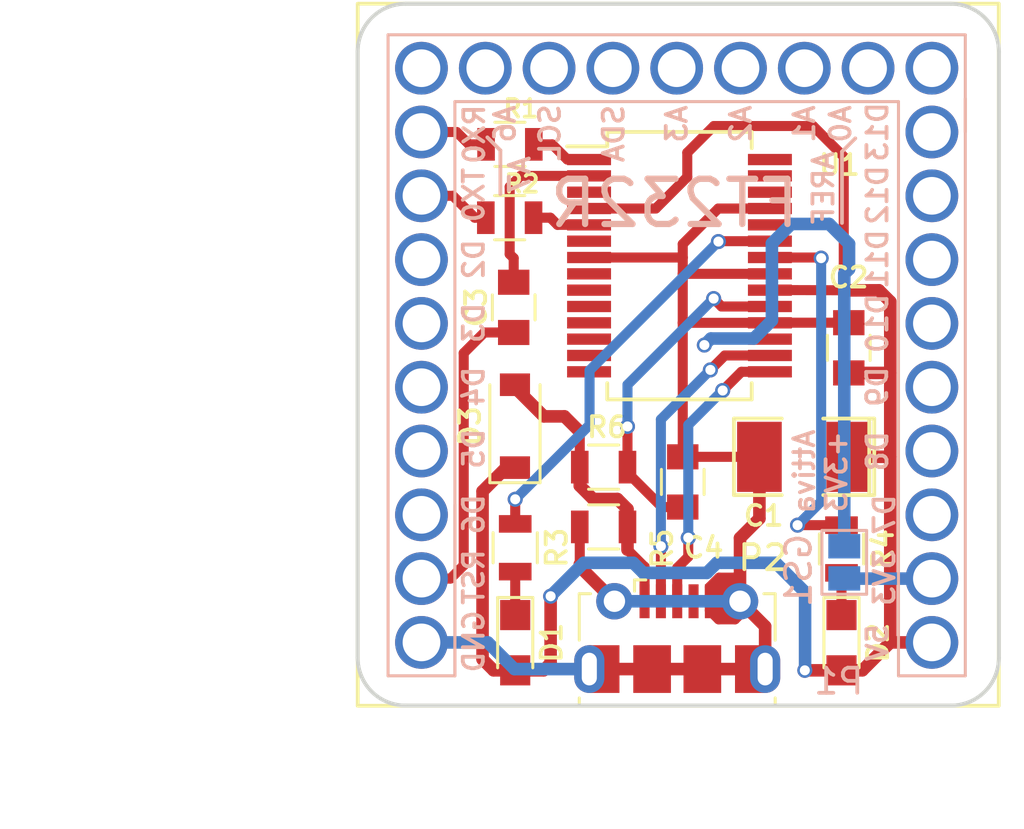
<source format=kicad_pcb>
(kicad_pcb (version 4) (host pcbnew 4.0.6)

  (general
    (links 43)
    (no_connects 0)
    (area 138.634399 62.662999 164.311401 90.753001)
    (thickness 1.6)
    (drawings 55)
    (tracks 194)
    (zones 0)
    (modules 17)
    (nets 54)
  )

  (page A4)
  (title_block
    (title "Microduino FT232R DE")
    (date "24 dicembre 2017")
    (rev 0.0)
  )

  (layers
    (0 F.Cu signal)
    (31 B.Cu signal)
    (32 B.Adhes user)
    (33 F.Adhes user)
    (34 B.Paste user)
    (35 F.Paste user)
    (36 B.SilkS user)
    (37 F.SilkS user)
    (38 B.Mask user)
    (39 F.Mask user)
    (44 Edge.Cuts user)
    (45 Margin user)
    (46 B.CrtYd user)
    (47 F.CrtYd user)
    (48 B.Fab user)
    (49 F.Fab user)
  )

  (setup
    (last_trace_width 0.25)
    (user_trace_width 0.4)
    (user_trace_width 0.5)
    (user_trace_width 0.75)
    (user_trace_width 1)
    (user_trace_width 1.5)
    (user_trace_width 2)
    (user_trace_width 2.5)
    (user_trace_width 3)
    (trace_clearance 0.2)
    (zone_clearance 0.508)
    (zone_45_only no)
    (trace_min 0.2)
    (segment_width 0.15)
    (edge_width 0.15)
    (via_size 0.6)
    (via_drill 0.4)
    (via_min_size 0.4)
    (via_min_drill 0.3)
    (user_via 1 0.5)
    (user_via 1.2 0.6)
    (uvia_size 0.3)
    (uvia_drill 0.1)
    (uvias_allowed no)
    (uvia_min_size 0.2)
    (uvia_min_drill 0.1)
    (pcb_text_width 0.15)
    (pcb_text_size 0.8 0.8)
    (mod_edge_width 0.15)
    (mod_text_size 1 1)
    (mod_text_width 0.15)
    (pad_size 1.7 1.7)
    (pad_drill 1)
    (pad_to_mask_clearance 0.2)
    (aux_axis_origin 0 0)
    (grid_origin 126.111 104.775)
    (visible_elements 7FFFFFFF)
    (pcbplotparams
      (layerselection 0x210fc_80000001)
      (usegerberextensions false)
      (excludeedgelayer true)
      (linewidth 0.100000)
      (plotframeref false)
      (viasonmask false)
      (mode 1)
      (useauxorigin false)
      (hpglpennumber 1)
      (hpglpenspeed 20)
      (hpglpendiameter 15)
      (hpglpenoverlay 2)
      (psnegative false)
      (psa4output false)
      (plotreference true)
      (plotvalue true)
      (plotinvisibletext false)
      (padsonsilk false)
      (subtractmaskfromsilk false)
      (outputformat 1)
      (mirror false)
      (drillshape 0)
      (scaleselection 1)
      (outputdirectory ""))
  )

  (net 0 "")
  (net 1 +5V)
  (net 2 +3V3)
  (net 3 /D8)
  (net 4 /D9)
  (net 5 /D10)
  (net 6 /A0)
  (net 7 /A1)
  (net 8 /A2)
  (net 9 /A3)
  (net 10 /SDA)
  (net 11 /SCL)
  (net 12 /A6)
  (net 13 /A7)
  (net 14 /D4)
  (net 15 /D5)
  (net 16 /D6)
  (net 17 /RESET)
  (net 18 GND)
  (net 19 /AREF)
  (net 20 /DO)
  (net 21 /CLK)
  (net 22 /DI)
  (net 23 /CS)
  (net 24 /D2)
  (net 25 /D3)
  (net 26 "Net-(C3-Pad2)")
  (net 27 "Net-(C4-Pad1)")
  (net 28 "Net-(D1-Pad1)")
  (net 29 "Net-(D2-Pad1)")
  (net 30 VAA)
  (net 31 "Net-(GS1-Pad2)")
  (net 32 /TX)
  (net 33 /RX)
  (net 34 "Net-(P2-Pad2)")
  (net 35 "Net-(P2-Pad3)")
  (net 36 "Net-(P2-Pad4)")
  (net 37 "Net-(R1-Pad2)")
  (net 38 "Net-(R2-Pad2)")
  (net 39 "Net-(R3-Pad1)")
  (net 40 "Net-(R4-Pad1)")
  (net 41 "Net-(U1-Pad3)")
  (net 42 "Net-(U1-Pad6)")
  (net 43 "Net-(U1-Pad8)")
  (net 44 "Net-(U1-Pad9)")
  (net 45 "Net-(U1-Pad10)")
  (net 46 "Net-(U1-Pad11)")
  (net 47 "Net-(U1-Pad12)")
  (net 48 "Net-(U1-Pad13)")
  (net 49 "Net-(U1-Pad14)")
  (net 50 "Net-(U1-Pad24)")
  (net 51 "Net-(U1-Pad26)")
  (net 52 "Net-(U1-Pad27)")
  (net 53 "Net-(U1-Pad28)")

  (net_class Default "Questo è il gruppo di collegamenti predefinito"
    (clearance 0.2)
    (trace_width 0.25)
    (via_dia 0.6)
    (via_drill 0.4)
    (uvia_dia 0.3)
    (uvia_drill 0.1)
    (add_net +3V3)
    (add_net +5V)
    (add_net /A0)
    (add_net /A1)
    (add_net /A2)
    (add_net /A3)
    (add_net /A6)
    (add_net /A7)
    (add_net /AREF)
    (add_net /CLK)
    (add_net /CS)
    (add_net /D10)
    (add_net /D2)
    (add_net /D3)
    (add_net /D4)
    (add_net /D5)
    (add_net /D6)
    (add_net /D8)
    (add_net /D9)
    (add_net /DI)
    (add_net /DO)
    (add_net /RESET)
    (add_net /RX)
    (add_net /SCL)
    (add_net /SDA)
    (add_net /TX)
    (add_net GND)
    (add_net "Net-(C3-Pad2)")
    (add_net "Net-(C4-Pad1)")
    (add_net "Net-(D1-Pad1)")
    (add_net "Net-(D2-Pad1)")
    (add_net "Net-(GS1-Pad2)")
    (add_net "Net-(P2-Pad2)")
    (add_net "Net-(P2-Pad3)")
    (add_net "Net-(P2-Pad4)")
    (add_net "Net-(R1-Pad2)")
    (add_net "Net-(R2-Pad2)")
    (add_net "Net-(R3-Pad1)")
    (add_net "Net-(R4-Pad1)")
    (add_net "Net-(U1-Pad10)")
    (add_net "Net-(U1-Pad11)")
    (add_net "Net-(U1-Pad12)")
    (add_net "Net-(U1-Pad13)")
    (add_net "Net-(U1-Pad14)")
    (add_net "Net-(U1-Pad24)")
    (add_net "Net-(U1-Pad26)")
    (add_net "Net-(U1-Pad27)")
    (add_net "Net-(U1-Pad28)")
    (add_net "Net-(U1-Pad3)")
    (add_net "Net-(U1-Pad6)")
    (add_net "Net-(U1-Pad8)")
    (add_net "Net-(U1-Pad9)")
    (add_net VAA)
  )

  (module Libreria_PCB_mia:Upin_27 (layer B.Cu) (tedit 597B1D86) (tstamp 58E8EECB)
    (at 161.5694 88.1634 180)
    (descr "Through hole straight socket strip, 1x09, 2.54mm pitch, single row")
    (tags "Through hole socket strip THT 1x09 2.54mm single row")
    (path /58E8C7EF)
    (fp_text reference P1 (at 3.7084 -1.5516 180) (layer B.SilkS)
      (effects (font (size 1 1) (thickness 0.15)) (justify mirror))
    )
    (fp_text value CONN_1x27 (at -2.83 10.17 450) (layer B.Fab)
      (effects (font (size 1 1) (thickness 0.15)) (justify mirror))
    )
    (fp_line (start 1.8 -1.78) (end 1.8 21.05) (layer B.CrtYd) (width 0.12))
    (fp_line (start 18.52 21.05) (end 1.8 21.05) (layer B.CrtYd) (width 0.12))
    (fp_line (start -1.27 24.13) (end -1.27 -1.27) (layer B.Fab) (width 0.12))
    (fp_line (start 1.27 -1.27) (end 1.27 21.59) (layer B.Fab) (width 0.12))
    (fp_line (start 1.27 21.59) (end 19.05 21.59) (layer B.Fab) (width 0.12))
    (fp_line (start 19.05 21.59) (end 19.05 -1.27) (layer B.Fab) (width 0.12))
    (fp_line (start 19.05 -1.27) (end 21.59 -1.27) (layer B.Fab) (width 0.12))
    (fp_line (start 21.59 -1.27) (end 21.59 24.13) (layer B.Fab) (width 0.12))
    (fp_line (start 21.59 24.13) (end -1.27 24.13) (layer B.Fab) (width 0.12))
    (fp_line (start 21.65 -1.33) (end 21.65 24.19) (layer B.SilkS) (width 0.12))
    (fp_line (start 21.65 24.19) (end -1.33 24.19) (layer B.SilkS) (width 0.12))
    (fp_line (start -1.33 -1.33) (end -1.33 24.19) (layer B.SilkS) (width 0.12))
    (fp_line (start 1.33 -1.33) (end 1.33 21.53) (layer B.SilkS) (width 0.12))
    (fp_line (start 1.33 21.53) (end 18.99 21.53) (layer B.SilkS) (width 0.12))
    (fp_line (start 18.99 -1.33) (end 18.99 21.53) (layer B.SilkS) (width 0.12))
    (fp_line (start 18.99 -1.33) (end 18.99 5.48) (layer B.SilkS) (width 0.12))
    (fp_line (start -1.8 24.67) (end 22.12 24.67) (layer B.CrtYd) (width 0.12))
    (fp_line (start -1.8 -1.78) (end -1.8 24.67) (layer B.CrtYd) (width 0.12))
    (fp_line (start 22.12 -1.78) (end 22.12 24.67) (layer B.CrtYd) (width 0.12))
    (fp_line (start 18.52 21.05) (end 18.52 -1.8) (layer B.CrtYd) (width 0.12))
    (fp_line (start 18.52 -1.8) (end 22.12 -1.8) (layer B.CrtYd) (width 0.12))
    (fp_line (start -1.27 -1.27) (end 1.27 -1.27) (layer B.Fab) (width 0.12))
    (fp_line (start -1.33 -1.33) (end 1.33 -1.33) (layer B.SilkS) (width 0.12))
    (fp_line (start 21.65 -1.33) (end 18.99 -1.33) (layer B.SilkS) (width 0.12))
    (fp_line (start -1.33 20.32) (end -1.33 21.65) (layer B.SilkS) (width 0.12))
    (fp_line (start -1.8 -1.78) (end 1.8 -1.78) (layer B.CrtYd) (width 0.12))
    (fp_text user %R (at 3.7084 -1.5516 180) (layer B.Fab)
      (effects (font (size 1 1) (thickness 0.15)) (justify mirror))
    )
    (pad 9 thru_hole circle (at 0 20.32 180) (size 2.1 2.1) (drill 1.5) (layers *.Cu *.Mask)
      (net 21 /CLK))
    (pad 8 thru_hole circle (at 0 17.78 180) (size 2.1 2.1) (drill 1.5) (layers *.Cu *.Mask)
      (net 20 /DO))
    (pad 7 thru_hole circle (at 0 15.24 180) (size 2.1 2.1) (drill 1.5) (layers *.Cu *.Mask)
      (net 22 /DI))
    (pad 6 thru_hole circle (at 0 12.7 180) (size 2.1 2.1) (drill 1.5) (layers *.Cu *.Mask)
      (net 5 /D10))
    (pad 5 thru_hole circle (at 0 10.16 180) (size 2.1 2.1) (drill 1.5) (layers *.Cu *.Mask)
      (net 4 /D9))
    (pad 4 thru_hole circle (at 0 7.62 180) (size 2.1 2.1) (drill 1.5) (layers *.Cu *.Mask)
      (net 3 /D8))
    (pad 3 thru_hole circle (at 0 5.08 180) (size 2.1 2.1) (drill 1.5) (layers *.Cu *.Mask)
      (net 23 /CS))
    (pad 2 thru_hole circle (at 0 2.54 180) (size 2.1 2.1) (drill 1.5) (layers *.Cu *.Mask)
      (net 2 +3V3))
    (pad 1 thru_hole circle (at 0 0 180) (size 2.1 2.1) (drill 1.5) (layers *.Cu *.Mask)
      (net 1 +5V))
    (pad 10 thru_hole circle (at 0 22.86 180) (size 2.1 2.1) (drill 1.5) (layers *.Cu *.Mask)
      (net 19 /AREF))
    (pad 11 thru_hole circle (at 2.54 22.86 180) (size 2.1 2.1) (drill 1.5) (layers *.Cu *.Mask)
      (net 6 /A0))
    (pad 12 thru_hole circle (at 5.08 22.86 180) (size 2.1 2.1) (drill 1.5) (layers *.Cu *.Mask)
      (net 7 /A1))
    (pad 13 thru_hole circle (at 7.62 22.86 180) (size 2.1 2.1) (drill 1.5) (layers *.Cu *.Mask)
      (net 8 /A2))
    (pad 14 thru_hole circle (at 10.16 22.86 180) (size 2.1 2.1) (drill 1.5) (layers *.Cu *.Mask)
      (net 9 /A3))
    (pad 15 thru_hole circle (at 12.7 22.86 180) (size 2.1 2.1) (drill 1.5) (layers *.Cu *.Mask)
      (net 10 /SDA))
    (pad 16 thru_hole circle (at 15.24 22.86 180) (size 2.1 2.1) (drill 1.5) (layers *.Cu *.Mask)
      (net 11 /SCL))
    (pad 17 thru_hole circle (at 17.78 22.86 180) (size 2.1 2.1) (drill 1.5) (layers *.Cu *.Mask)
      (net 12 /A6))
    (pad 18 thru_hole circle (at 20.32 22.86 180) (size 2.1 2.1) (drill 1.5) (layers *.Cu *.Mask)
      (net 13 /A7))
    (pad 19 thru_hole circle (at 20.32 20.32 180) (size 2.1 2.1) (drill 1.5) (layers *.Cu *.Mask)
      (net 32 /TX))
    (pad 20 thru_hole circle (at 20.32 17.78 180) (size 2.1 2.1) (drill 1.5) (layers *.Cu *.Mask)
      (net 33 /RX))
    (pad 21 thru_hole circle (at 20.32 15.24 180) (size 2.1 2.1) (drill 1.5) (layers *.Cu *.Mask)
      (net 24 /D2))
    (pad 22 thru_hole circle (at 20.32 12.7 180) (size 2.1 2.1) (drill 1.5) (layers *.Cu *.Mask)
      (net 25 /D3))
    (pad 23 thru_hole circle (at 20.32 10.16 180) (size 2.1 2.1) (drill 1.5) (layers *.Cu *.Mask)
      (net 14 /D4))
    (pad 24 thru_hole circle (at 20.32 7.62 180) (size 2.1 2.1) (drill 1.5) (layers *.Cu *.Mask)
      (net 15 /D5))
    (pad 25 thru_hole circle (at 20.32 5.08 180) (size 2.1 2.1) (drill 1.5) (layers *.Cu *.Mask)
      (net 16 /D6))
    (pad 26 thru_hole circle (at 20.32 2.54 180) (size 2.1 2.1) (drill 1.5) (layers *.Cu *.Mask)
      (net 17 /RESET))
    (pad 27 thru_hole circle (at 20.32 0 180) (size 2.1 2.1) (drill 1.5) (layers *.Cu *.Mask)
      (net 18 GND))
  )

  (module SMD_Packages:SMD-1210_Pol (layer F.Cu) (tedit 597CE98B) (tstamp 597CBE7A)
    (at 156.481 80.775 180)
    (tags "CMS SM")
    (path /597D1B87)
    (attr smd)
    (fp_text reference C1 (at 1.61 -2.35 180) (layer F.SilkS)
      (effects (font (size 0.8 0.8) (thickness 0.15)))
    )
    (fp_text value 10uF (at 0 0.762 180) (layer F.Fab)
      (effects (font (size 1 1) (thickness 0.15)))
    )
    (fp_line (start -2.794 -1.524) (end -2.794 1.524) (layer F.SilkS) (width 0.15))
    (fp_line (start 0.889 1.524) (end 2.794 1.524) (layer F.SilkS) (width 0.15))
    (fp_line (start 2.794 1.524) (end 2.794 -1.524) (layer F.SilkS) (width 0.15))
    (fp_line (start 2.794 -1.524) (end 0.889 -1.524) (layer F.SilkS) (width 0.15))
    (fp_line (start -0.762 -1.524) (end -2.794 -1.524) (layer F.SilkS) (width 0.15))
    (fp_line (start -2.594 -1.524) (end -2.594 1.524) (layer F.SilkS) (width 0.15))
    (fp_line (start -2.794 1.524) (end -0.762 1.524) (layer F.SilkS) (width 0.15))
    (pad 1 smd rect (at -1.778 0 180) (size 1.778 2.794) (layers F.Cu F.Paste F.Mask)
      (net 1 +5V))
    (pad 2 smd rect (at 1.778 0 180) (size 1.778 2.794) (layers F.Cu F.Paste F.Mask)
      (net 18 GND))
    (model SMD_Packages.3dshapes/SMD-1210_Pol.wrl
      (at (xyz 0 0 0))
      (scale (xyz 0.2 0.2 0.2))
      (rotate (xyz 0 0 0))
    )
  )

  (module Capacitors_SMD:C_0805 (layer F.Cu) (tedit 597CE9AB) (tstamp 597CBE80)
    (at 158.261 76.435 90)
    (descr "Capacitor SMD 0805, reflow soldering, AVX (see smccp.pdf)")
    (tags "capacitor 0805")
    (path /597D1B09)
    (attr smd)
    (fp_text reference C2 (at 2.8 -0.01 180) (layer F.SilkS)
      (effects (font (size 0.8 0.8) (thickness 0.15)))
    )
    (fp_text value 100nF (at 0 1.75 90) (layer F.Fab)
      (effects (font (size 1 1) (thickness 0.15)))
    )
    (fp_text user %R (at 2.8 -0.01 180) (layer F.Fab)
      (effects (font (size 1 1) (thickness 0.15)))
    )
    (fp_line (start -1 0.62) (end -1 -0.62) (layer F.Fab) (width 0.1))
    (fp_line (start 1 0.62) (end -1 0.62) (layer F.Fab) (width 0.1))
    (fp_line (start 1 -0.62) (end 1 0.62) (layer F.Fab) (width 0.1))
    (fp_line (start -1 -0.62) (end 1 -0.62) (layer F.Fab) (width 0.1))
    (fp_line (start 0.5 -0.85) (end -0.5 -0.85) (layer F.SilkS) (width 0.12))
    (fp_line (start -0.5 0.85) (end 0.5 0.85) (layer F.SilkS) (width 0.12))
    (fp_line (start -1.75 -0.88) (end 1.75 -0.88) (layer F.CrtYd) (width 0.05))
    (fp_line (start -1.75 -0.88) (end -1.75 0.87) (layer F.CrtYd) (width 0.05))
    (fp_line (start 1.75 0.87) (end 1.75 -0.88) (layer F.CrtYd) (width 0.05))
    (fp_line (start 1.75 0.87) (end -1.75 0.87) (layer F.CrtYd) (width 0.05))
    (pad 1 smd rect (at -1 0 90) (size 1 1.25) (layers F.Cu F.Paste F.Mask)
      (net 1 +5V))
    (pad 2 smd rect (at 1 0 90) (size 1 1.25) (layers F.Cu F.Paste F.Mask)
      (net 18 GND))
    (model Capacitors_SMD.3dshapes/C_0805.wrl
      (at (xyz 0 0 0))
      (scale (xyz 1 1 1))
      (rotate (xyz 0 0 0))
    )
  )

  (module Capacitors_SMD:C_0805 (layer F.Cu) (tedit 597CE9D9) (tstamp 597CBE86)
    (at 144.921 74.825 90)
    (descr "Capacitor SMD 0805, reflow soldering, AVX (see smccp.pdf)")
    (tags "capacitor 0805")
    (path /597CCA7C)
    (attr smd)
    (fp_text reference C3 (at 0 -1.5 90) (layer F.SilkS)
      (effects (font (size 0.8 0.8) (thickness 0.15)))
    )
    (fp_text value 100nF (at 0 1.75 90) (layer F.Fab)
      (effects (font (size 1 1) (thickness 0.15)))
    )
    (fp_text user %R (at 0 -1.5 90) (layer F.Fab)
      (effects (font (size 1 1) (thickness 0.15)))
    )
    (fp_line (start -1 0.62) (end -1 -0.62) (layer F.Fab) (width 0.1))
    (fp_line (start 1 0.62) (end -1 0.62) (layer F.Fab) (width 0.1))
    (fp_line (start 1 -0.62) (end 1 0.62) (layer F.Fab) (width 0.1))
    (fp_line (start -1 -0.62) (end 1 -0.62) (layer F.Fab) (width 0.1))
    (fp_line (start 0.5 -0.85) (end -0.5 -0.85) (layer F.SilkS) (width 0.12))
    (fp_line (start -0.5 0.85) (end 0.5 0.85) (layer F.SilkS) (width 0.12))
    (fp_line (start -1.75 -0.88) (end 1.75 -0.88) (layer F.CrtYd) (width 0.05))
    (fp_line (start -1.75 -0.88) (end -1.75 0.87) (layer F.CrtYd) (width 0.05))
    (fp_line (start 1.75 0.87) (end 1.75 -0.88) (layer F.CrtYd) (width 0.05))
    (fp_line (start 1.75 0.87) (end -1.75 0.87) (layer F.CrtYd) (width 0.05))
    (pad 1 smd rect (at -1 0 90) (size 1 1.25) (layers F.Cu F.Paste F.Mask)
      (net 17 /RESET))
    (pad 2 smd rect (at 1 0 90) (size 1 1.25) (layers F.Cu F.Paste F.Mask)
      (net 26 "Net-(C3-Pad2)"))
    (model Capacitors_SMD.3dshapes/C_0805.wrl
      (at (xyz 0 0 0))
      (scale (xyz 1 1 1))
      (rotate (xyz 0 0 0))
    )
  )

  (module Capacitors_SMD:C_0805 (layer F.Cu) (tedit 597CE962) (tstamp 597CBE8C)
    (at 151.651 81.775 90)
    (descr "Capacitor SMD 0805, reflow soldering, AVX (see smccp.pdf)")
    (tags "capacitor 0805")
    (path /594FDE58)
    (attr smd)
    (fp_text reference C4 (at -2.62 0.83 180) (layer F.SilkS)
      (effects (font (size 0.8 0.8) (thickness 0.15)))
    )
    (fp_text value 100nF (at 0 1.75 90) (layer F.Fab)
      (effects (font (size 1 1) (thickness 0.15)))
    )
    (fp_text user %R (at -2.62 0.83 180) (layer F.Fab)
      (effects (font (size 1 1) (thickness 0.15)))
    )
    (fp_line (start -1 0.62) (end -1 -0.62) (layer F.Fab) (width 0.1))
    (fp_line (start 1 0.62) (end -1 0.62) (layer F.Fab) (width 0.1))
    (fp_line (start 1 -0.62) (end 1 0.62) (layer F.Fab) (width 0.1))
    (fp_line (start -1 -0.62) (end 1 -0.62) (layer F.Fab) (width 0.1))
    (fp_line (start 0.5 -0.85) (end -0.5 -0.85) (layer F.SilkS) (width 0.12))
    (fp_line (start -0.5 0.85) (end 0.5 0.85) (layer F.SilkS) (width 0.12))
    (fp_line (start -1.75 -0.88) (end 1.75 -0.88) (layer F.CrtYd) (width 0.05))
    (fp_line (start -1.75 -0.88) (end -1.75 0.87) (layer F.CrtYd) (width 0.05))
    (fp_line (start 1.75 0.87) (end 1.75 -0.88) (layer F.CrtYd) (width 0.05))
    (fp_line (start 1.75 0.87) (end -1.75 0.87) (layer F.CrtYd) (width 0.05))
    (pad 1 smd rect (at -1 0 90) (size 1 1.25) (layers F.Cu F.Paste F.Mask)
      (net 27 "Net-(C4-Pad1)"))
    (pad 2 smd rect (at 1 0 90) (size 1 1.25) (layers F.Cu F.Paste F.Mask)
      (net 18 GND))
    (model Capacitors_SMD.3dshapes/C_0805.wrl
      (at (xyz 0 0 0))
      (scale (xyz 1 1 1))
      (rotate (xyz 0 0 0))
    )
  )

  (module LEDs:LED_0805 (layer F.Cu) (tedit 597CE93E) (tstamp 597CBE92)
    (at 144.981 88.175 270)
    (descr "LED 0805 smd package")
    (tags "LED led 0805 SMD smd SMT smt smdled SMDLED smtled SMTLED")
    (path /597B9A82)
    (attr smd)
    (fp_text reference D1 (at 0 -1.45 270) (layer F.SilkS)
      (effects (font (size 0.8 0.8) (thickness 0.15)))
    )
    (fp_text value RED-RX (at 0 1.55 270) (layer F.Fab)
      (effects (font (size 1 1) (thickness 0.15)))
    )
    (fp_line (start -1.8 -0.7) (end -1.8 0.7) (layer F.SilkS) (width 0.12))
    (fp_line (start -0.4 -0.4) (end -0.4 0.4) (layer F.Fab) (width 0.1))
    (fp_line (start -0.4 0) (end 0.2 -0.4) (layer F.Fab) (width 0.1))
    (fp_line (start 0.2 0.4) (end -0.4 0) (layer F.Fab) (width 0.1))
    (fp_line (start 0.2 -0.4) (end 0.2 0.4) (layer F.Fab) (width 0.1))
    (fp_line (start 1 0.6) (end -1 0.6) (layer F.Fab) (width 0.1))
    (fp_line (start 1 -0.6) (end 1 0.6) (layer F.Fab) (width 0.1))
    (fp_line (start -1 -0.6) (end 1 -0.6) (layer F.Fab) (width 0.1))
    (fp_line (start -1 0.6) (end -1 -0.6) (layer F.Fab) (width 0.1))
    (fp_line (start -1.8 0.7) (end 1 0.7) (layer F.SilkS) (width 0.12))
    (fp_line (start -1.8 -0.7) (end 1 -0.7) (layer F.SilkS) (width 0.12))
    (fp_line (start 1.95 -0.85) (end 1.95 0.85) (layer F.CrtYd) (width 0.05))
    (fp_line (start 1.95 0.85) (end -1.95 0.85) (layer F.CrtYd) (width 0.05))
    (fp_line (start -1.95 0.85) (end -1.95 -0.85) (layer F.CrtYd) (width 0.05))
    (fp_line (start -1.95 -0.85) (end 1.95 -0.85) (layer F.CrtYd) (width 0.05))
    (pad 2 smd rect (at 1.1 0 90) (size 1.2 1.2) (layers F.Cu F.Paste F.Mask)
      (net 1 +5V))
    (pad 1 smd rect (at -1.1 0 90) (size 1.2 1.2) (layers F.Cu F.Paste F.Mask)
      (net 28 "Net-(D1-Pad1)"))
    (model ${KISYS3DMOD}/LEDs.3dshapes/LED_0805.wrl
      (at (xyz 0 0 0))
      (scale (xyz 1 1 1))
      (rotate (xyz 0 0 180))
    )
  )

  (module LEDs:LED_0805 (layer F.Cu) (tedit 597CE94F) (tstamp 597CBE98)
    (at 157.971 88.175 270)
    (descr "LED 0805 smd package")
    (tags "LED led 0805 SMD smd SMT smt smdled SMDLED smtled SMTLED")
    (path /597CE063)
    (attr smd)
    (fp_text reference D2 (at 0 -1.45 270) (layer F.SilkS)
      (effects (font (size 0.8 0.8) (thickness 0.15)))
    )
    (fp_text value GREEN-TX (at 0 1.55 270) (layer F.Fab)
      (effects (font (size 1 1) (thickness 0.15)))
    )
    (fp_line (start -1.8 -0.7) (end -1.8 0.7) (layer F.SilkS) (width 0.12))
    (fp_line (start -0.4 -0.4) (end -0.4 0.4) (layer F.Fab) (width 0.1))
    (fp_line (start -0.4 0) (end 0.2 -0.4) (layer F.Fab) (width 0.1))
    (fp_line (start 0.2 0.4) (end -0.4 0) (layer F.Fab) (width 0.1))
    (fp_line (start 0.2 -0.4) (end 0.2 0.4) (layer F.Fab) (width 0.1))
    (fp_line (start 1 0.6) (end -1 0.6) (layer F.Fab) (width 0.1))
    (fp_line (start 1 -0.6) (end 1 0.6) (layer F.Fab) (width 0.1))
    (fp_line (start -1 -0.6) (end 1 -0.6) (layer F.Fab) (width 0.1))
    (fp_line (start -1 0.6) (end -1 -0.6) (layer F.Fab) (width 0.1))
    (fp_line (start -1.8 0.7) (end 1 0.7) (layer F.SilkS) (width 0.12))
    (fp_line (start -1.8 -0.7) (end 1 -0.7) (layer F.SilkS) (width 0.12))
    (fp_line (start 1.95 -0.85) (end 1.95 0.85) (layer F.CrtYd) (width 0.05))
    (fp_line (start 1.95 0.85) (end -1.95 0.85) (layer F.CrtYd) (width 0.05))
    (fp_line (start -1.95 0.85) (end -1.95 -0.85) (layer F.CrtYd) (width 0.05))
    (fp_line (start -1.95 -0.85) (end 1.95 -0.85) (layer F.CrtYd) (width 0.05))
    (pad 2 smd rect (at 1.1 0 90) (size 1.2 1.2) (layers F.Cu F.Paste F.Mask)
      (net 1 +5V))
    (pad 1 smd rect (at -1.1 0 90) (size 1.2 1.2) (layers F.Cu F.Paste F.Mask)
      (net 29 "Net-(D2-Pad1)"))
    (model ${KISYS3DMOD}/LEDs.3dshapes/LED_0805.wrl
      (at (xyz 0 0 0))
      (scale (xyz 1 1 1))
      (rotate (xyz 0 0 180))
    )
  )

  (module Diodes_SMD:D_SOD-123 (layer F.Cu) (tedit 597CE9E1) (tstamp 597CBE9E)
    (at 144.971 79.555 90)
    (descr SOD-123)
    (tags SOD-123)
    (path /597D33B2)
    (attr smd)
    (fp_text reference D3 (at 0 -1.79 90) (layer F.SilkS)
      (effects (font (size 0.8 0.8) (thickness 0.15)))
    )
    (fp_text value MBR0520 (at 0 2.1 90) (layer F.Fab)
      (effects (font (size 1 1) (thickness 0.15)))
    )
    (fp_text user %R (at 0 -1.79 90) (layer F.Fab)
      (effects (font (size 1 1) (thickness 0.15)))
    )
    (fp_line (start -2.25 -1) (end -2.25 1) (layer F.SilkS) (width 0.12))
    (fp_line (start 0.25 0) (end 0.75 0) (layer F.Fab) (width 0.1))
    (fp_line (start 0.25 0.4) (end -0.35 0) (layer F.Fab) (width 0.1))
    (fp_line (start 0.25 -0.4) (end 0.25 0.4) (layer F.Fab) (width 0.1))
    (fp_line (start -0.35 0) (end 0.25 -0.4) (layer F.Fab) (width 0.1))
    (fp_line (start -0.35 0) (end -0.35 0.55) (layer F.Fab) (width 0.1))
    (fp_line (start -0.35 0) (end -0.35 -0.55) (layer F.Fab) (width 0.1))
    (fp_line (start -0.75 0) (end -0.35 0) (layer F.Fab) (width 0.1))
    (fp_line (start -1.4 0.9) (end -1.4 -0.9) (layer F.Fab) (width 0.1))
    (fp_line (start 1.4 0.9) (end -1.4 0.9) (layer F.Fab) (width 0.1))
    (fp_line (start 1.4 -0.9) (end 1.4 0.9) (layer F.Fab) (width 0.1))
    (fp_line (start -1.4 -0.9) (end 1.4 -0.9) (layer F.Fab) (width 0.1))
    (fp_line (start -2.35 -1.15) (end 2.35 -1.15) (layer F.CrtYd) (width 0.05))
    (fp_line (start 2.35 -1.15) (end 2.35 1.15) (layer F.CrtYd) (width 0.05))
    (fp_line (start 2.35 1.15) (end -2.35 1.15) (layer F.CrtYd) (width 0.05))
    (fp_line (start -2.35 -1.15) (end -2.35 1.15) (layer F.CrtYd) (width 0.05))
    (fp_line (start -2.25 1) (end 1.65 1) (layer F.SilkS) (width 0.12))
    (fp_line (start -2.25 -1) (end 1.65 -1) (layer F.SilkS) (width 0.12))
    (pad 1 smd rect (at -1.65 0 90) (size 0.9 1.2) (layers F.Cu F.Paste F.Mask)
      (net 1 +5V))
    (pad 2 smd rect (at 1.65 0 90) (size 0.9 1.2) (layers F.Cu F.Paste F.Mask)
      (net 30 VAA))
    (model ${KISYS3DMOD}/Diodes_SMD.3dshapes/D_SOD-123.wrl
      (at (xyz 0 0 0))
      (scale (xyz 1 1 1))
      (rotate (xyz 0 0 0))
    )
  )

  (module Connectors:GS2 (layer B.Cu) (tedit 597CEC20) (tstamp 597CBEA4)
    (at 158.081 84.975)
    (descr "2-pin solder bridge")
    (tags "solder bridge")
    (path /597D0775)
    (attr smd)
    (fp_text reference GS1 (at -1.82 0.32 270) (layer B.SilkS)
      (effects (font (size 1 1) (thickness 0.15)) (justify mirror))
    )
    (fp_text value GS2 (at -1.8 0 270) (layer B.Fab)
      (effects (font (size 1 1) (thickness 0.15)) (justify mirror))
    )
    (fp_line (start 1.1 1.45) (end 1.1 -1.5) (layer B.CrtYd) (width 0.05))
    (fp_line (start 1.1 -1.5) (end -1.1 -1.5) (layer B.CrtYd) (width 0.05))
    (fp_line (start -1.1 -1.5) (end -1.1 1.45) (layer B.CrtYd) (width 0.05))
    (fp_line (start -1.1 1.45) (end 1.1 1.45) (layer B.CrtYd) (width 0.05))
    (fp_line (start -0.89 1.27) (end -0.89 -1.27) (layer B.SilkS) (width 0.12))
    (fp_line (start 0.89 -1.27) (end 0.89 1.27) (layer B.SilkS) (width 0.12))
    (fp_line (start 0.89 -1.27) (end -0.89 -1.27) (layer B.SilkS) (width 0.12))
    (fp_line (start -0.89 1.27) (end 0.89 1.27) (layer B.SilkS) (width 0.12))
    (pad 1 smd rect (at 0 0.64) (size 1.27 0.97) (layers B.Cu B.Paste B.Mask)
      (net 2 +3V3))
    (pad 2 smd rect (at 0 -0.64) (size 1.27 0.97) (layers B.Cu B.Paste B.Mask)
      (net 31 "Net-(GS1-Pad2)"))
  )

  (module Resistors_SMD:R_0805 (layer F.Cu) (tedit 597CE9FC) (tstamp 597CBEB7)
    (at 144.771 68.335)
    (descr "Resistor SMD 0805, reflow soldering, Vishay (see dcrcw.pdf)")
    (tags "resistor 0805")
    (path /597CB2FD)
    (attr smd)
    (fp_text reference R1 (at 0.44 -1.42) (layer F.SilkS)
      (effects (font (size 0.7 0.7) (thickness 0.15)))
    )
    (fp_text value 1k (at 0 1.75) (layer F.Fab)
      (effects (font (size 1 1) (thickness 0.15)))
    )
    (fp_text user %R (at 0 0) (layer F.Fab)
      (effects (font (size 0.5 0.5) (thickness 0.075)))
    )
    (fp_line (start -1 0.62) (end -1 -0.62) (layer F.Fab) (width 0.1))
    (fp_line (start 1 0.62) (end -1 0.62) (layer F.Fab) (width 0.1))
    (fp_line (start 1 -0.62) (end 1 0.62) (layer F.Fab) (width 0.1))
    (fp_line (start -1 -0.62) (end 1 -0.62) (layer F.Fab) (width 0.1))
    (fp_line (start 0.6 0.88) (end -0.6 0.88) (layer F.SilkS) (width 0.12))
    (fp_line (start -0.6 -0.88) (end 0.6 -0.88) (layer F.SilkS) (width 0.12))
    (fp_line (start -1.55 -0.9) (end 1.55 -0.9) (layer F.CrtYd) (width 0.05))
    (fp_line (start -1.55 -0.9) (end -1.55 0.9) (layer F.CrtYd) (width 0.05))
    (fp_line (start 1.55 0.9) (end 1.55 -0.9) (layer F.CrtYd) (width 0.05))
    (fp_line (start 1.55 0.9) (end -1.55 0.9) (layer F.CrtYd) (width 0.05))
    (pad 1 smd rect (at -0.95 0) (size 0.7 1.3) (layers F.Cu F.Paste F.Mask)
      (net 32 /TX))
    (pad 2 smd rect (at 0.95 0) (size 0.7 1.3) (layers F.Cu F.Paste F.Mask)
      (net 37 "Net-(R1-Pad2)"))
    (model ${KISYS3DMOD}/Resistors_SMD.3dshapes/R_0805.wrl
      (at (xyz 0 0 0))
      (scale (xyz 1 1 1))
      (rotate (xyz 0 0 0))
    )
  )

  (module Resistors_SMD:R_0805 (layer F.Cu) (tedit 597CEA04) (tstamp 597CBEBD)
    (at 144.761 71.255)
    (descr "Resistor SMD 0805, reflow soldering, Vishay (see dcrcw.pdf)")
    (tags "resistor 0805")
    (path /597CB3ED)
    (attr smd)
    (fp_text reference R2 (at 0.49 -1.35) (layer F.SilkS)
      (effects (font (size 0.7 0.7) (thickness 0.15)))
    )
    (fp_text value 1k (at 0 1.75) (layer F.Fab)
      (effects (font (size 1 1) (thickness 0.15)))
    )
    (fp_text user %R (at 0 0) (layer F.Fab)
      (effects (font (size 0.5 0.5) (thickness 0.075)))
    )
    (fp_line (start -1 0.62) (end -1 -0.62) (layer F.Fab) (width 0.1))
    (fp_line (start 1 0.62) (end -1 0.62) (layer F.Fab) (width 0.1))
    (fp_line (start 1 -0.62) (end 1 0.62) (layer F.Fab) (width 0.1))
    (fp_line (start -1 -0.62) (end 1 -0.62) (layer F.Fab) (width 0.1))
    (fp_line (start 0.6 0.88) (end -0.6 0.88) (layer F.SilkS) (width 0.12))
    (fp_line (start -0.6 -0.88) (end 0.6 -0.88) (layer F.SilkS) (width 0.12))
    (fp_line (start -1.55 -0.9) (end 1.55 -0.9) (layer F.CrtYd) (width 0.05))
    (fp_line (start -1.55 -0.9) (end -1.55 0.9) (layer F.CrtYd) (width 0.05))
    (fp_line (start 1.55 0.9) (end 1.55 -0.9) (layer F.CrtYd) (width 0.05))
    (fp_line (start 1.55 0.9) (end -1.55 0.9) (layer F.CrtYd) (width 0.05))
    (pad 1 smd rect (at -0.95 0) (size 0.7 1.3) (layers F.Cu F.Paste F.Mask)
      (net 33 /RX))
    (pad 2 smd rect (at 0.95 0) (size 0.7 1.3) (layers F.Cu F.Paste F.Mask)
      (net 38 "Net-(R2-Pad2)"))
    (model ${KISYS3DMOD}/Resistors_SMD.3dshapes/R_0805.wrl
      (at (xyz 0 0 0))
      (scale (xyz 1 1 1))
      (rotate (xyz 0 0 0))
    )
  )

  (module Resistors_SMD:R_0805 (layer F.Cu) (tedit 597CE926) (tstamp 597CBEC3)
    (at 144.981 84.395 270)
    (descr "Resistor SMD 0805, reflow soldering, Vishay (see dcrcw.pdf)")
    (tags "resistor 0805")
    (path /597B9B87)
    (attr smd)
    (fp_text reference R3 (at 0 -1.65 270) (layer F.SilkS)
      (effects (font (size 0.8 0.8) (thickness 0.15)))
    )
    (fp_text value 470 (at 0 1.75 270) (layer F.Fab)
      (effects (font (size 1 1) (thickness 0.15)))
    )
    (fp_text user %R (at 0 0 270) (layer F.Fab)
      (effects (font (size 0.5 0.5) (thickness 0.075)))
    )
    (fp_line (start -1 0.62) (end -1 -0.62) (layer F.Fab) (width 0.1))
    (fp_line (start 1 0.62) (end -1 0.62) (layer F.Fab) (width 0.1))
    (fp_line (start 1 -0.62) (end 1 0.62) (layer F.Fab) (width 0.1))
    (fp_line (start -1 -0.62) (end 1 -0.62) (layer F.Fab) (width 0.1))
    (fp_line (start 0.6 0.88) (end -0.6 0.88) (layer F.SilkS) (width 0.12))
    (fp_line (start -0.6 -0.88) (end 0.6 -0.88) (layer F.SilkS) (width 0.12))
    (fp_line (start -1.55 -0.9) (end 1.55 -0.9) (layer F.CrtYd) (width 0.05))
    (fp_line (start -1.55 -0.9) (end -1.55 0.9) (layer F.CrtYd) (width 0.05))
    (fp_line (start 1.55 0.9) (end 1.55 -0.9) (layer F.CrtYd) (width 0.05))
    (fp_line (start 1.55 0.9) (end -1.55 0.9) (layer F.CrtYd) (width 0.05))
    (pad 1 smd rect (at -0.95 0 270) (size 0.7 1.3) (layers F.Cu F.Paste F.Mask)
      (net 39 "Net-(R3-Pad1)"))
    (pad 2 smd rect (at 0.95 0 270) (size 0.7 1.3) (layers F.Cu F.Paste F.Mask)
      (net 28 "Net-(D1-Pad1)"))
    (model ${KISYS3DMOD}/Resistors_SMD.3dshapes/R_0805.wrl
      (at (xyz 0 0 0))
      (scale (xyz 1 1 1))
      (rotate (xyz 0 0 0))
    )
  )

  (module Resistors_SMD:R_0805 (layer F.Cu) (tedit 597CE948) (tstamp 597CBEC9)
    (at 157.971 84.445 270)
    (descr "Resistor SMD 0805, reflow soldering, Vishay (see dcrcw.pdf)")
    (tags "resistor 0805")
    (path /597CDEF7)
    (attr smd)
    (fp_text reference R4 (at 0 -1.65 270) (layer F.SilkS)
      (effects (font (size 0.8 0.8) (thickness 0.15)))
    )
    (fp_text value 470 (at 0 1.75 270) (layer F.Fab)
      (effects (font (size 1 1) (thickness 0.15)))
    )
    (fp_text user %R (at 0 0 270) (layer F.Fab)
      (effects (font (size 0.5 0.5) (thickness 0.075)))
    )
    (fp_line (start -1 0.62) (end -1 -0.62) (layer F.Fab) (width 0.1))
    (fp_line (start 1 0.62) (end -1 0.62) (layer F.Fab) (width 0.1))
    (fp_line (start 1 -0.62) (end 1 0.62) (layer F.Fab) (width 0.1))
    (fp_line (start -1 -0.62) (end 1 -0.62) (layer F.Fab) (width 0.1))
    (fp_line (start 0.6 0.88) (end -0.6 0.88) (layer F.SilkS) (width 0.12))
    (fp_line (start -0.6 -0.88) (end 0.6 -0.88) (layer F.SilkS) (width 0.12))
    (fp_line (start -1.55 -0.9) (end 1.55 -0.9) (layer F.CrtYd) (width 0.05))
    (fp_line (start -1.55 -0.9) (end -1.55 0.9) (layer F.CrtYd) (width 0.05))
    (fp_line (start 1.55 0.9) (end 1.55 -0.9) (layer F.CrtYd) (width 0.05))
    (fp_line (start 1.55 0.9) (end -1.55 0.9) (layer F.CrtYd) (width 0.05))
    (pad 1 smd rect (at -0.95 0 270) (size 0.7 1.3) (layers F.Cu F.Paste F.Mask)
      (net 40 "Net-(R4-Pad1)"))
    (pad 2 smd rect (at 0.95 0 270) (size 0.7 1.3) (layers F.Cu F.Paste F.Mask)
      (net 29 "Net-(D2-Pad1)"))
    (model ${KISYS3DMOD}/Resistors_SMD.3dshapes/R_0805.wrl
      (at (xyz 0 0 0))
      (scale (xyz 1 1 1))
      (rotate (xyz 0 0 0))
    )
  )

  (module Resistors_SMD:R_0805 (layer F.Cu) (tedit 597CE932) (tstamp 597CBECF)
    (at 148.501 81.185 180)
    (descr "Resistor SMD 0805, reflow soldering, Vishay (see dcrcw.pdf)")
    (tags "resistor 0805")
    (path /597CD096)
    (attr smd)
    (fp_text reference R5 (at -2.33 -3.24 270) (layer F.SilkS)
      (effects (font (size 0.8 0.8) (thickness 0.15)))
    )
    (fp_text value 4k7 (at 0 1.75 180) (layer F.Fab)
      (effects (font (size 1 1) (thickness 0.15)))
    )
    (fp_text user %R (at 0 0 180) (layer F.Fab)
      (effects (font (size 0.5 0.5) (thickness 0.075)))
    )
    (fp_line (start -1 0.62) (end -1 -0.62) (layer F.Fab) (width 0.1))
    (fp_line (start 1 0.62) (end -1 0.62) (layer F.Fab) (width 0.1))
    (fp_line (start 1 -0.62) (end 1 0.62) (layer F.Fab) (width 0.1))
    (fp_line (start -1 -0.62) (end 1 -0.62) (layer F.Fab) (width 0.1))
    (fp_line (start 0.6 0.88) (end -0.6 0.88) (layer F.SilkS) (width 0.12))
    (fp_line (start -0.6 -0.88) (end 0.6 -0.88) (layer F.SilkS) (width 0.12))
    (fp_line (start -1.55 -0.9) (end 1.55 -0.9) (layer F.CrtYd) (width 0.05))
    (fp_line (start -1.55 -0.9) (end -1.55 0.9) (layer F.CrtYd) (width 0.05))
    (fp_line (start 1.55 0.9) (end 1.55 -0.9) (layer F.CrtYd) (width 0.05))
    (fp_line (start 1.55 0.9) (end -1.55 0.9) (layer F.CrtYd) (width 0.05))
    (pad 1 smd rect (at -0.95 0 180) (size 0.7 1.3) (layers F.Cu F.Paste F.Mask)
      (net 27 "Net-(C4-Pad1)"))
    (pad 2 smd rect (at 0.95 0 180) (size 0.7 1.3) (layers F.Cu F.Paste F.Mask)
      (net 30 VAA))
    (model ${KISYS3DMOD}/Resistors_SMD.3dshapes/R_0805.wrl
      (at (xyz 0 0 0))
      (scale (xyz 1 1 1))
      (rotate (xyz 0 0 0))
    )
  )

  (module Resistors_SMD:R_0805 (layer F.Cu) (tedit 597CE971) (tstamp 597CBED5)
    (at 148.501 83.565)
    (descr "Resistor SMD 0805, reflow soldering, Vishay (see dcrcw.pdf)")
    (tags "resistor 0805")
    (path /597CD136)
    (attr smd)
    (fp_text reference R6 (at 0.13 -3.97) (layer F.SilkS)
      (effects (font (size 0.8 0.8) (thickness 0.15)))
    )
    (fp_text value 4k7 (at 0 1.75) (layer F.Fab)
      (effects (font (size 1 1) (thickness 0.15)))
    )
    (fp_text user %R (at 0 0) (layer F.Fab)
      (effects (font (size 0.5 0.5) (thickness 0.075)))
    )
    (fp_line (start -1 0.62) (end -1 -0.62) (layer F.Fab) (width 0.1))
    (fp_line (start 1 0.62) (end -1 0.62) (layer F.Fab) (width 0.1))
    (fp_line (start 1 -0.62) (end 1 0.62) (layer F.Fab) (width 0.1))
    (fp_line (start -1 -0.62) (end 1 -0.62) (layer F.Fab) (width 0.1))
    (fp_line (start 0.6 0.88) (end -0.6 0.88) (layer F.SilkS) (width 0.12))
    (fp_line (start -0.6 -0.88) (end 0.6 -0.88) (layer F.SilkS) (width 0.12))
    (fp_line (start -1.55 -0.9) (end 1.55 -0.9) (layer F.CrtYd) (width 0.05))
    (fp_line (start -1.55 -0.9) (end -1.55 0.9) (layer F.CrtYd) (width 0.05))
    (fp_line (start 1.55 0.9) (end 1.55 -0.9) (layer F.CrtYd) (width 0.05))
    (fp_line (start 1.55 0.9) (end -1.55 0.9) (layer F.CrtYd) (width 0.05))
    (pad 1 smd rect (at -0.95 0) (size 0.7 1.3) (layers F.Cu F.Paste F.Mask)
      (net 18 GND))
    (pad 2 smd rect (at 0.95 0) (size 0.7 1.3) (layers F.Cu F.Paste F.Mask)
      (net 30 VAA))
    (model ${KISYS3DMOD}/Resistors_SMD.3dshapes/R_0805.wrl
      (at (xyz 0 0 0))
      (scale (xyz 1 1 1))
      (rotate (xyz 0 0 0))
    )
  )

  (module Housings_SSOP:SSOP-28_5.3x10.2mm_Pitch0.65mm (layer F.Cu) (tedit 597CE9CF) (tstamp 597CBEF5)
    (at 151.521 73.165)
    (descr "28-Lead Plastic Shrink Small Outline (SS)-5.30 mm Body [SSOP] (see Microchip Packaging Specification 00000049BS.pdf)")
    (tags "SSOP 0.65")
    (path /597E19FB)
    (attr smd)
    (fp_text reference U1 (at 6.37 -4.01) (layer F.SilkS)
      (effects (font (size 0.8 0.8) (thickness 0.15)))
    )
    (fp_text value FT232RL (at 0 6.25) (layer F.Fab)
      (effects (font (size 1 1) (thickness 0.15)))
    )
    (fp_line (start -1.65 -5.1) (end 2.65 -5.1) (layer F.Fab) (width 0.15))
    (fp_line (start 2.65 -5.1) (end 2.65 5.1) (layer F.Fab) (width 0.15))
    (fp_line (start 2.65 5.1) (end -2.65 5.1) (layer F.Fab) (width 0.15))
    (fp_line (start -2.65 5.1) (end -2.65 -4.1) (layer F.Fab) (width 0.15))
    (fp_line (start -2.65 -4.1) (end -1.65 -5.1) (layer F.Fab) (width 0.15))
    (fp_line (start -4.75 -5.5) (end -4.75 5.5) (layer F.CrtYd) (width 0.05))
    (fp_line (start 4.75 -5.5) (end 4.75 5.5) (layer F.CrtYd) (width 0.05))
    (fp_line (start -4.75 -5.5) (end 4.75 -5.5) (layer F.CrtYd) (width 0.05))
    (fp_line (start -4.75 5.5) (end 4.75 5.5) (layer F.CrtYd) (width 0.05))
    (fp_line (start -2.875 -5.325) (end -2.875 -4.75) (layer F.SilkS) (width 0.15))
    (fp_line (start 2.875 -5.325) (end 2.875 -4.675) (layer F.SilkS) (width 0.15))
    (fp_line (start 2.875 5.325) (end 2.875 4.675) (layer F.SilkS) (width 0.15))
    (fp_line (start -2.875 5.325) (end -2.875 4.675) (layer F.SilkS) (width 0.15))
    (fp_line (start -2.875 -5.325) (end 2.875 -5.325) (layer F.SilkS) (width 0.15))
    (fp_line (start -2.875 5.325) (end 2.875 5.325) (layer F.SilkS) (width 0.15))
    (fp_line (start -2.875 -4.75) (end -4.475 -4.75) (layer F.SilkS) (width 0.15))
    (fp_text user %R (at 0 0) (layer F.Fab)
      (effects (font (size 0.8 0.8) (thickness 0.15)))
    )
    (pad 1 smd rect (at -3.6 -4.225) (size 1.75 0.45) (layers F.Cu F.Paste F.Mask)
      (net 37 "Net-(R1-Pad2)"))
    (pad 2 smd rect (at -3.6 -3.575) (size 1.75 0.45) (layers F.Cu F.Paste F.Mask)
      (net 26 "Net-(C3-Pad2)"))
    (pad 3 smd rect (at -3.6 -2.925) (size 1.75 0.45) (layers F.Cu F.Paste F.Mask)
      (net 41 "Net-(U1-Pad3)"))
    (pad 4 smd rect (at -3.6 -2.275) (size 1.75 0.45) (layers F.Cu F.Paste F.Mask)
      (net 1 +5V))
    (pad 5 smd rect (at -3.6 -1.625) (size 1.75 0.45) (layers F.Cu F.Paste F.Mask)
      (net 38 "Net-(R2-Pad2)"))
    (pad 6 smd rect (at -3.6 -0.975) (size 1.75 0.45) (layers F.Cu F.Paste F.Mask)
      (net 42 "Net-(U1-Pad6)"))
    (pad 7 smd rect (at -3.6 -0.325) (size 1.75 0.45) (layers F.Cu F.Paste F.Mask)
      (net 18 GND))
    (pad 8 smd rect (at -3.6 0.325) (size 1.75 0.45) (layers F.Cu F.Paste F.Mask)
      (net 43 "Net-(U1-Pad8)"))
    (pad 9 smd rect (at -3.6 0.975) (size 1.75 0.45) (layers F.Cu F.Paste F.Mask)
      (net 44 "Net-(U1-Pad9)"))
    (pad 10 smd rect (at -3.6 1.625) (size 1.75 0.45) (layers F.Cu F.Paste F.Mask)
      (net 45 "Net-(U1-Pad10)"))
    (pad 11 smd rect (at -3.6 2.275) (size 1.75 0.45) (layers F.Cu F.Paste F.Mask)
      (net 46 "Net-(U1-Pad11)"))
    (pad 12 smd rect (at -3.6 2.925) (size 1.75 0.45) (layers F.Cu F.Paste F.Mask)
      (net 47 "Net-(U1-Pad12)"))
    (pad 13 smd rect (at -3.6 3.575) (size 1.75 0.45) (layers F.Cu F.Paste F.Mask)
      (net 48 "Net-(U1-Pad13)"))
    (pad 14 smd rect (at -3.6 4.225) (size 1.75 0.45) (layers F.Cu F.Paste F.Mask)
      (net 49 "Net-(U1-Pad14)"))
    (pad 15 smd rect (at 3.6 4.225) (size 1.75 0.45) (layers F.Cu F.Paste F.Mask)
      (net 35 "Net-(P2-Pad3)"))
    (pad 16 smd rect (at 3.6 3.575) (size 1.75 0.45) (layers F.Cu F.Paste F.Mask)
      (net 34 "Net-(P2-Pad2)"))
    (pad 17 smd rect (at 3.6 2.925) (size 1.75 0.45) (layers F.Cu F.Paste F.Mask)
      (net 31 "Net-(GS1-Pad2)"))
    (pad 18 smd rect (at 3.6 2.275) (size 1.75 0.45) (layers F.Cu F.Paste F.Mask)
      (net 18 GND))
    (pad 19 smd rect (at 3.6 1.625) (size 1.75 0.45) (layers F.Cu F.Paste F.Mask)
      (net 27 "Net-(C4-Pad1)"))
    (pad 20 smd rect (at 3.6 0.975) (size 1.75 0.45) (layers F.Cu F.Paste F.Mask)
      (net 1 +5V))
    (pad 21 smd rect (at 3.6 0.325) (size 1.75 0.45) (layers F.Cu F.Paste F.Mask)
      (net 18 GND))
    (pad 22 smd rect (at 3.6 -0.325) (size 1.75 0.45) (layers F.Cu F.Paste F.Mask)
      (net 40 "Net-(R4-Pad1)"))
    (pad 23 smd rect (at 3.6 -0.975) (size 1.75 0.45) (layers F.Cu F.Paste F.Mask)
      (net 39 "Net-(R3-Pad1)"))
    (pad 24 smd rect (at 3.6 -1.625) (size 1.75 0.45) (layers F.Cu F.Paste F.Mask)
      (net 50 "Net-(U1-Pad24)"))
    (pad 25 smd rect (at 3.6 -2.275) (size 1.75 0.45) (layers F.Cu F.Paste F.Mask)
      (net 18 GND))
    (pad 26 smd rect (at 3.6 -2.925) (size 1.75 0.45) (layers F.Cu F.Paste F.Mask)
      (net 51 "Net-(U1-Pad26)"))
    (pad 27 smd rect (at 3.6 -3.575) (size 1.75 0.45) (layers F.Cu F.Paste F.Mask)
      (net 52 "Net-(U1-Pad27)"))
    (pad 28 smd rect (at 3.6 -4.225) (size 1.75 0.45) (layers F.Cu F.Paste F.Mask)
      (net 53 "Net-(U1-Pad28)"))
    (model ${KISYS3DMOD}/Housings_SSOP.3dshapes/SSOP-28_5.3x10.2mm_Pitch0.65mm.wrl
      (at (xyz 0 0 0))
      (scale (xyz 1 1 1))
      (rotate (xyz 0 0 0))
    )
  )

  (module Libreria_PCB_mia:USB_Micro-B_Molex-105017-0001 (layer F.Cu) (tedit 597E5386) (tstamp 597E4FF1)
    (at 151.431 88.875)
    (descr http://www.molex.com/pdm_docs/sd/1050170001_sd.pdf)
    (tags "Micro-USB SMD Typ-B")
    (path /597E1613)
    (attr smd)
    (fp_text reference P2 (at 3.41 -4.08) (layer F.SilkS)
      (effects (font (size 1 1) (thickness 0.15)))
    )
    (fp_text value USB_OTG (at 0.3 3.45) (layer F.Fab)
      (effects (font (size 1 1) (thickness 0.15)))
    )
    (fp_line (start -4.4 2.75) (end 4.4 2.75) (layer F.CrtYd) (width 0.05))
    (fp_line (start 4.4 -3.35) (end 4.4 2.75) (layer F.CrtYd) (width 0.05))
    (fp_line (start -4.4 -3.35) (end 4.4 -3.35) (layer F.CrtYd) (width 0.05))
    (fp_line (start -4.4 2.75) (end -4.4 -3.35) (layer F.CrtYd) (width 0.05))
    (fp_text user "PCB Edge" (at 0 1.8) (layer Dwgs.User)
      (effects (font (size 0.5 0.5) (thickness 0.08)))
    )
    (fp_line (start -3.9 -2.65) (end -3.45 -2.65) (layer F.SilkS) (width 0.12))
    (fp_line (start -3.9 -0.8) (end -3.9 -2.65) (layer F.SilkS) (width 0.12))
    (fp_line (start 3.9 1.75) (end 3.9 1.5) (layer F.SilkS) (width 0.12))
    (fp_line (start 3.75 2.5) (end 3.75 -2.5) (layer F.Fab) (width 0.1))
    (fp_line (start -3 1.801704) (end 3 1.801704) (layer F.Fab) (width 0.1))
    (fp_line (start -3.75 2.501704) (end 3.75 2.501704) (layer F.Fab) (width 0.1))
    (fp_line (start -3.75 -2.5) (end 3.75 -2.5) (layer F.Fab) (width 0.1))
    (fp_line (start -3.75 2.5) (end -3.75 -2.5) (layer F.Fab) (width 0.1))
    (fp_line (start -3.9 1.75) (end -3.9 1.5) (layer F.SilkS) (width 0.12))
    (fp_line (start 3.9 -0.8) (end 3.9 -2.65) (layer F.SilkS) (width 0.12))
    (fp_line (start 3.9 -2.65) (end 3.45 -2.65) (layer F.SilkS) (width 0.12))
    (fp_text user %R (at 0 0) (layer F.Fab)
      (effects (font (size 1 1) (thickness 0.15)))
    )
    (fp_line (start -1.7 -3.2) (end -1.25 -3.2) (layer F.SilkS) (width 0.12))
    (fp_line (start -1.7 -3.2) (end -1.7 -2.75) (layer F.SilkS) (width 0.12))
    (fp_line (start -1.3 -2.6) (end -1.5 -2.8) (layer F.Fab) (width 0.1))
    (fp_line (start -1.1 -2.8) (end -1.3 -2.6) (layer F.Fab) (width 0.1))
    (fp_line (start -1.5 -3.01) (end -1.1 -3.01) (layer F.Fab) (width 0.1))
    (fp_line (start -1.5 -3.01) (end -1.5 -2.8) (layer F.Fab) (width 0.1))
    (fp_line (start -1.1 -3.01) (end -1.1 -2.8) (layer F.Fab) (width 0.1))
    (pad 6 smd rect (at 1 0.35) (size 1.5 1.9) (layers F.Cu F.Paste F.Mask)
      (net 18 GND))
    (pad 6 thru_hole circle (at -2.5 -2.35) (size 1.45 1.45) (drill 0.85) (layers *.Cu *.Mask)
      (net 18 GND))
    (pad 2 smd rect (at -0.65 -2.35) (size 0.4 1.35) (layers F.Cu F.Paste F.Mask)
      (net 34 "Net-(P2-Pad2)"))
    (pad 1 smd rect (at -1.3 -2.35) (size 0.4 1.35) (layers F.Cu F.Paste F.Mask)
      (net 30 VAA))
    (pad 5 smd rect (at 1.3 -2.35) (size 0.4 1.35) (layers F.Cu F.Paste F.Mask)
      (net 18 GND))
    (pad 4 smd rect (at 0.65 -2.35) (size 0.4 1.35) (layers F.Cu F.Paste F.Mask)
      (net 36 "Net-(P2-Pad4)"))
    (pad 3 smd rect (at 0 -2.35) (size 0.4 1.35) (layers F.Cu F.Paste F.Mask)
      (net 35 "Net-(P2-Pad3)"))
    (pad 6 thru_hole circle (at 2.5 -2.35) (size 1.45 1.45) (drill 0.85) (layers *.Cu *.Mask)
      (net 18 GND))
    (pad 6 smd rect (at -1 0.35) (size 1.5 1.9) (layers F.Cu F.Paste F.Mask)
      (net 18 GND))
    (pad 6 thru_hole oval (at -3.5 0.35 180) (size 1.2 1.9) (drill oval 0.6 1.3) (layers *.Cu *.Mask)
      (net 18 GND) (zone_connect 0))
    (pad 6 thru_hole oval (at 3.5 0.35) (size 1.2 1.9) (drill oval 0.6 1.3) (layers *.Cu *.Mask)
      (net 18 GND))
    (pad 6 smd rect (at 2.9 0.35) (size 1.2 1.9) (layers F.Cu F.Mask)
      (net 18 GND))
    (pad 6 smd rect (at -2.9 0.35) (size 1.2 1.9) (layers F.Cu F.Mask)
      (net 18 GND))
    (model ${KISYS3DMOD}/Connectors_USB.3dshapes/USB_Micro-B_Molex-105017-0001.wrl
      (at (xyz 0 0 0))
      (scale (xyz 1 1 1))
      (rotate (xyz 0 0 0))
    )
  )

  (gr_text FT232R (at 151.321 70.685) (layer B.SilkS)
    (effects (font (size 1.8 1.8) (thickness 0.25)) (justify mirror))
  )
  (gr_text "Attiva\n+3V3" (at 157.131 81.365 90) (layer B.SilkS)
    (effects (font (size 0.8 0.8) (thickness 0.15)) (justify mirror))
  )
  (gr_text A7 (at 145.161 69.545 90) (layer B.SilkS)
    (effects (font (size 0.8 0.8) (thickness 0.15)) (justify mirror))
  )
  (gr_text GND (at 143.331 88.125 90) (layer B.SilkS)
    (effects (font (size 0.8 0.8) (thickness 0.15)) (justify mirror))
  )
  (gr_text RST (at 143.331 85.565 90) (layer B.SilkS)
    (effects (font (size 0.8 0.8) (thickness 0.15)) (justify mirror))
  )
  (gr_text D6 (at 143.331 83.065 90) (layer B.SilkS)
    (effects (font (size 0.8 0.8) (thickness 0.15)) (justify mirror))
  )
  (gr_text D5 (at 143.331 80.455 90) (layer B.SilkS)
    (effects (font (size 0.8 0.8) (thickness 0.15)) (justify mirror))
  )
  (gr_text D4 (at 143.331 77.985 90) (layer B.SilkS)
    (effects (font (size 0.8 0.8) (thickness 0.15)) (justify mirror))
  )
  (gr_text D3 (at 143.331 75.445 90) (layer B.SilkS)
    (effects (font (size 0.8 0.8) (thickness 0.15)) (justify mirror))
  )
  (gr_text D2 (at 143.331 72.915 90) (layer B.SilkS)
    (effects (font (size 0.8 0.8) (thickness 0.15)) (justify mirror))
  )
  (gr_line (start 144.391 68.575) (end 144.391 70.315) (angle 90) (layer B.SilkS) (width 0.15))
  (gr_text TX0 (at 143.331 70.355 90) (layer B.SilkS)
    (effects (font (size 0.8 0.8) (thickness 0.15)) (justify mirror))
  )
  (gr_line (start 164.231 62.735) (end 138.711 62.735) (angle 90) (layer F.SilkS) (width 0.15))
  (gr_line (start 164.231 90.685) (end 164.231 62.735) (angle 90) (layer F.SilkS) (width 0.15))
  (gr_line (start 138.711 90.685) (end 164.231 90.685) (angle 90) (layer F.SilkS) (width 0.15))
  (gr_line (start 138.711 62.745) (end 138.711 90.685) (angle 90) (layer F.SilkS) (width 0.15))
  (gr_line (start 143.871 68.055) (end 144.391 68.575) (angle 90) (layer B.SilkS) (width 0.15))
  (gr_text RX0 (at 143.351 67.935 90) (layer B.SilkS)
    (effects (font (size 0.8 0.8) (thickness 0.15)) (justify mirror))
  )
  (gr_text A6 (at 144.571 67.525 90) (layer B.SilkS)
    (effects (font (size 0.8 0.8) (thickness 0.15)) (justify mirror))
  )
  (gr_text SCL (at 146.361 67.865 90) (layer B.SilkS)
    (effects (font (size 0.8 0.8) (thickness 0.15)) (justify mirror))
  )
  (gr_text SDA (at 148.901 67.905 90) (layer B.SilkS)
    (effects (font (size 0.8 0.8) (thickness 0.15)) (justify mirror))
  )
  (gr_text A3 (at 151.411 67.525 90) (layer B.SilkS)
    (effects (font (size 0.8 0.8) (thickness 0.15)) (justify mirror))
  )
  (gr_text A2 (at 153.961 67.525 90) (layer B.SilkS)
    (effects (font (size 0.8 0.8) (thickness 0.15)) (justify mirror))
  )
  (gr_line (start 157.991 68.625) (end 157.991 71.465) (angle 90) (layer B.SilkS) (width 0.15))
  (gr_text A1 (at 156.491 67.525 90) (layer B.SilkS)
    (effects (font (size 0.8 0.8) (thickness 0.15)) (justify mirror))
  )
  (gr_text A0 (at 157.931 67.525 90) (layer B.SilkS)
    (effects (font (size 0.8 0.8) (thickness 0.15)) (justify mirror))
  )
  (gr_text AREF (at 157.251 70.085 90) (layer B.SilkS)
    (effects (font (size 0.8 0.8) (thickness 0.15)) (justify mirror))
  )
  (gr_line (start 158.521 68.095) (end 157.991 68.625) (angle 90) (layer B.SilkS) (width 0.15))
  (gr_text D13 (at 159.401 67.845 90) (layer B.SilkS)
    (effects (font (size 0.8 0.8) (thickness 0.15)) (justify mirror))
  )
  (gr_text D12 (at 159.401 70.355 90) (layer B.SilkS)
    (effects (font (size 0.8 0.8) (thickness 0.15)) (justify mirror))
  )
  (gr_text D11 (at 159.401 72.905 90) (layer B.SilkS)
    (effects (font (size 0.8 0.8) (thickness 0.15)) (justify mirror))
  )
  (gr_text D10 (at 159.401 75.465 90) (layer B.SilkS)
    (effects (font (size 0.8 0.8) (thickness 0.15)) (justify mirror))
  )
  (gr_text D9 (at 159.391 77.985 90) (layer B.SilkS)
    (effects (font (size 0.8 0.8) (thickness 0.15)) (justify mirror))
  )
  (gr_text D8 (at 159.401 80.555 90) (layer B.SilkS)
    (effects (font (size 0.8 0.8) (thickness 0.15)) (justify mirror))
  )
  (gr_text D7 (at 159.681 83.075 90) (layer B.SilkS)
    (effects (font (size 0.8 0.8) (thickness 0.15)) (justify mirror))
  )
  (gr_text 3V3 (at 159.681 85.585 90) (layer B.SilkS)
    (effects (font (size 0.8 0.8) (thickness 0.15)) (justify mirror))
  )
  (gr_text 5V (at 159.401 88.175 90) (layer B.SilkS)
    (effects (font (size 0.8 0.8) (thickness 0.15)) (justify mirror))
  )
  (gr_arc (start 162.3314 64.643) (end 162.3314 62.738) (angle 90) (layer Edge.Cuts) (width 0.15) (tstamp 58E794C0))
  (gr_arc (start 140.6144 88.773) (end 140.6144 90.678) (angle 90) (layer Edge.Cuts) (width 0.15) (tstamp 58E794BF))
  (gr_arc (start 140.6144 64.643) (end 138.7094 64.643) (angle 90) (layer Edge.Cuts) (width 0.15) (tstamp 58E794BE))
  (gr_arc (start 162.3314 88.773) (end 164.2364 88.773) (angle 90) (layer Edge.Cuts) (width 0.15) (tstamp 58E794BD))
  (gr_line (start 162.3314 90.678) (end 140.6144 90.678) (angle 90) (layer Edge.Cuts) (width 0.15) (tstamp 58E794BC))
  (gr_line (start 138.7094 88.773) (end 138.7094 64.643) (angle 90) (layer Edge.Cuts) (width 0.15) (tstamp 58E794BB))
  (gr_line (start 140.6144 62.738) (end 162.3314 62.738) (angle 90) (layer Edge.Cuts) (width 0.15) (tstamp 58E794BA))
  (gr_line (start 164.2364 64.643) (end 164.2364 88.773) (angle 90) (layer Edge.Cuts) (width 0.15) (tstamp 58E794B9))
  (gr_line (start 164.2364 64.643) (end 164.2364 88.773) (angle 90) (layer Edge.Cuts) (width 0.15))
  (gr_line (start 140.6144 62.738) (end 162.3314 62.738) (angle 90) (layer Edge.Cuts) (width 0.15))
  (gr_line (start 138.7094 88.773) (end 138.7094 64.643) (angle 90) (layer Edge.Cuts) (width 0.15))
  (gr_line (start 162.3314 90.678) (end 140.6144 90.678) (angle 90) (layer Edge.Cuts) (width 0.15))
  (gr_arc (start 162.3314 88.773) (end 164.2364 88.773) (angle 90) (layer Edge.Cuts) (width 0.15) (tstamp 58DCB572))
  (gr_arc (start 140.6144 64.643) (end 138.7094 64.643) (angle 90) (layer Edge.Cuts) (width 0.15) (tstamp 58DCB570))
  (gr_arc (start 140.6144 88.773) (end 140.6144 90.678) (angle 90) (layer Edge.Cuts) (width 0.15) (tstamp 58DCB56C))
  (gr_arc (start 162.3314 64.643) (end 162.3314 62.738) (angle 90) (layer Edge.Cuts) (width 0.15))
  (dimension 27.94 (width 0.3) (layer F.Fab)
    (gr_text "27,940 mm" (at 130.7554 76.708 270) (layer F.Fab)
      (effects (font (size 1.5 1.5) (thickness 0.3)))
    )
    (feature1 (pts (xy 134.1374 90.678) (xy 129.4054 90.678)))
    (feature2 (pts (xy 134.1374 62.738) (xy 129.4054 62.738)))
    (crossbar (pts (xy 132.1054 62.738) (xy 132.1054 90.678)))
    (arrow1a (pts (xy 132.1054 90.678) (xy 131.518979 89.551496)))
    (arrow1b (pts (xy 132.1054 90.678) (xy 132.691821 89.551496)))
    (arrow2a (pts (xy 132.1054 62.738) (xy 131.518979 63.864504)))
    (arrow2b (pts (xy 132.1054 62.738) (xy 132.691821 63.864504)))
  )
  (dimension 25.527 (width 0.3) (layer F.Fab)
    (gr_text "25,527 mm" (at 151.0284 96.266) (layer F.Fab) (tstamp 58DCB33B)
      (effects (font (size 1.5 1.5) (thickness 0.3)))
    )
    (feature1 (pts (xy 138.8364 92.456) (xy 138.8364 97.568999)))
    (feature2 (pts (xy 164.3634 92.456) (xy 164.3634 97.568999)))
    (crossbar (pts (xy 164.3634 94.868999) (xy 138.8364 94.868999)))
    (arrow1a (pts (xy 138.8364 94.868999) (xy 139.962904 94.282578)))
    (arrow1b (pts (xy 138.8364 94.868999) (xy 139.962904 95.45542)))
    (arrow2a (pts (xy 164.3634 94.868999) (xy 163.236896 94.282578)))
    (arrow2b (pts (xy 164.3634 94.868999) (xy 163.236896 95.45542)))
  )

  (segment (start 146.391 86.325) (end 146.391 86.315) (width 0.5) (layer B.Cu) (net 1) (tstamp 597E5117))
  (via (at 146.391 86.325) (size 0.6) (drill 0.4) (layers F.Cu B.Cu) (net 1))
  (segment (start 146.391 88.995) (end 146.391 86.325) (width 0.5) (layer F.Cu) (net 1) (tstamp 597E510B))
  (segment (start 146.111 89.275) (end 146.391 88.995) (width 0.5) (layer F.Cu) (net 1) (tstamp 597E5108))
  (segment (start 144.981 89.275) (end 146.111 89.275) (width 0.5) (layer F.Cu) (net 1))
  (segment (start 146.391 86.315) (end 146.391 86.315) (width 0.5) (layer B.Cu) (net 1) (tstamp 597E5119))
  (segment (start 157.971 89.275) (end 156.511 89.275) (width 0.5) (layer F.Cu) (net 1))
  (segment (start 147.711 84.995) (end 146.391 86.315) (width 0.5) (layer B.Cu) (net 1) (tstamp 597E50B4))
  (segment (start 149.681 84.995) (end 147.711 84.995) (width 0.5) (layer B.Cu) (net 1) (tstamp 597E50AD))
  (segment (start 150.081 85.395) (end 149.681 84.995) (width 0.5) (layer B.Cu) (net 1) (tstamp 597E50AB))
  (segment (start 152.611 85.395) (end 150.081 85.395) (width 0.5) (layer B.Cu) (net 1) (tstamp 597E50A9))
  (segment (start 153.011 84.995) (end 152.611 85.395) (width 0.5) (layer B.Cu) (net 1) (tstamp 597E50A5))
  (segment (start 155.351 84.995) (end 153.011 84.995) (width 0.5) (layer B.Cu) (net 1) (tstamp 597E50A0))
  (segment (start 156.521 86.165) (end 155.351 84.995) (width 0.5) (layer B.Cu) (net 1) (tstamp 597E5099))
  (segment (start 156.521 89.265) (end 156.521 86.165) (width 0.5) (layer B.Cu) (net 1) (tstamp 597E508D))
  (segment (start 156.511 89.275) (end 156.521 89.265) (width 0.5) (layer B.Cu) (net 1) (tstamp 597E508C))
  (via (at 156.511 89.275) (size 0.6) (drill 0.4) (layers F.Cu B.Cu) (net 1))
  (segment (start 156.261 67.605) (end 156.841 67.605) (width 0.4) (layer F.Cu) (net 1))
  (segment (start 152.891 67.605) (end 156.261 67.605) (width 0.4) (layer F.Cu) (net 1) (tstamp 597CD0C7))
  (segment (start 151.831 68.665) (end 152.891 67.605) (width 0.4) (layer F.Cu) (net 1) (tstamp 597CD0C5))
  (segment (start 151.831 69.635) (end 151.831 68.665) (width 0.4) (layer F.Cu) (net 1) (tstamp 597CD0C4))
  (segment (start 150.576 70.89) (end 151.831 69.635) (width 0.4) (layer F.Cu) (net 1) (tstamp 597CD0C0))
  (segment (start 147.921 70.89) (end 150.576 70.89) (width 0.4) (layer F.Cu) (net 1))
  (segment (start 158.061 68.825) (end 158.061 74.145) (width 0.4) (layer F.Cu) (net 1) (tstamp 597CD217))
  (segment (start 156.841 67.605) (end 158.061 68.825) (width 0.4) (layer F.Cu) (net 1) (tstamp 597CD210))
  (segment (start 158.259 80.775) (end 159.9126 80.775) (width 0.5) (layer F.Cu) (net 1))
  (segment (start 158.261 77.435) (end 159.9126 77.435) (width 0.5) (layer F.Cu) (net 1))
  (segment (start 155.291 74.135) (end 157.151 74.14) (width 0.4) (layer F.Cu) (net 1))
  (segment (start 157.151 74.14) (end 158.061 74.145) (width 0.4) (layer F.Cu) (net 1) (tstamp 597CD0D5))
  (segment (start 159.9126 74.5966) (end 159.461 74.145) (width 0.5) (layer F.Cu) (net 1) (tstamp 597CD059))
  (segment (start 159.461 74.145) (end 158.066 74.15) (width 0.5) (layer F.Cu) (net 1) (tstamp 597CD06C))
  (segment (start 159.9126 74.5966) (end 159.9126 77.435) (width 0.5) (layer F.Cu) (net 1))
  (segment (start 159.9126 77.435) (end 159.9126 80.775) (width 0.5) (layer F.Cu) (net 1) (tstamp 597CD0FF))
  (segment (start 159.9126 80.775) (end 159.9126 88.1634) (width 0.5) (layer F.Cu) (net 1) (tstamp 597CD120))
  (segment (start 158.061 74.145) (end 158.066 74.15) (width 0.4) (layer F.Cu) (net 1) (tstamp 597CD0AB))
  (segment (start 157.971 89.275) (end 158.801 89.275) (width 0.5) (layer F.Cu) (net 1))
  (segment (start 159.9126 88.1634) (end 161.5694 88.1634) (width 0.5) (layer F.Cu) (net 1) (tstamp 597CD04E))
  (segment (start 158.801 89.275) (end 159.9126 88.1634) (width 0.5) (layer F.Cu) (net 1) (tstamp 597CD042))
  (segment (start 144.971 81.205) (end 144.621 81.205) (width 0.5) (layer F.Cu) (net 1))
  (segment (start 144.621 81.205) (end 143.681 82.145) (width 0.5) (layer F.Cu) (net 1) (tstamp 597CC843))
  (segment (start 143.681 82.145) (end 143.681 88.835) (width 0.5) (layer F.Cu) (net 1) (tstamp 597CC848))
  (segment (start 143.681 88.835) (end 144.121 89.275) (width 0.5) (layer F.Cu) (net 1) (tstamp 597CC852))
  (segment (start 144.121 89.275) (end 144.981 89.275) (width 0.5) (layer F.Cu) (net 1) (tstamp 597CC855))
  (segment (start 161.5694 85.6234) (end 158.0894 85.6234) (width 0.5) (layer B.Cu) (net 2))
  (segment (start 158.0894 85.6234) (end 158.081 85.615) (width 0.5) (layer B.Cu) (net 2) (tstamp 597CD559))
  (segment (start 144.921 75.825) (end 143.751 75.825) (width 0.4) (layer F.Cu) (net 17))
  (segment (start 142.4026 85.6234) (end 141.2494 85.6234) (width 0.4) (layer F.Cu) (net 17) (tstamp 597CC68B))
  (segment (start 142.931 85.095) (end 142.4026 85.6234) (width 0.4) (layer F.Cu) (net 17) (tstamp 597CC685))
  (segment (start 142.931 76.645) (end 142.931 85.095) (width 0.4) (layer F.Cu) (net 17) (tstamp 597CC67A))
  (segment (start 143.751 75.825) (end 142.931 76.645) (width 0.4) (layer F.Cu) (net 17) (tstamp 597CC676))
  (segment (start 153.931 86.525) (end 148.931 86.525) (width 0.5) (layer B.Cu) (net 18))
  (segment (start 147.551 85.055) (end 147.551 85.145) (width 0.5) (layer F.Cu) (net 18))
  (segment (start 147.551 85.145) (end 148.931 86.525) (width 0.5) (layer F.Cu) (net 18) (tstamp 597E51B4))
  (segment (start 147.551 83.565) (end 147.551 85.055) (width 0.4) (layer F.Cu) (net 18))
  (segment (start 153.931 86.525) (end 153.931 84.005) (width 0.5) (layer F.Cu) (net 18))
  (segment (start 154.703 83.233) (end 153.931 84.005) (width 0.5) (layer F.Cu) (net 18) (tstamp 597CD549))
  (segment (start 154.703 83.233) (end 154.703 80.775) (width 0.5) (layer F.Cu) (net 18))
  (segment (start 154.931 89.225) (end 154.931 87.525) (width 0.5) (layer F.Cu) (net 18))
  (segment (start 154.931 87.525) (end 153.931 86.525) (width 0.5) (layer F.Cu) (net 18) (tstamp 597E518E))
  (segment (start 152.431 89.225) (end 154.331 89.225) (width 0.5) (layer F.Cu) (net 18))
  (segment (start 154.331 89.225) (end 154.931 89.225) (width 0.5) (layer F.Cu) (net 18) (tstamp 597E5184))
  (segment (start 150.431 89.225) (end 152.431 89.225) (width 0.5) (layer F.Cu) (net 18))
  (segment (start 147.931 89.225) (end 150.431 89.225) (width 0.5) (layer F.Cu) (net 18))
  (segment (start 147.931 89.225) (end 148.531 89.225) (width 0.5) (layer F.Cu) (net 18))
  (segment (start 141.2494 88.1634) (end 143.8894 88.1634) (width 0.5) (layer B.Cu) (net 18))
  (segment (start 144.951 89.225) (end 147.931 89.225) (width 0.5) (layer B.Cu) (net 18) (tstamp 597E5155))
  (segment (start 143.8894 88.1634) (end 144.951 89.225) (width 0.5) (layer B.Cu) (net 18) (tstamp 597E5152))
  (segment (start 152.731 86.435) (end 153.061 86.435) (width 0.4) (layer F.Cu) (net 18))
  (segment (start 153.451 86.045) (end 153.541 86.045) (width 0.4) (layer F.Cu) (net 18) (tstamp 597CECC7))
  (segment (start 153.061 86.435) (end 153.451 86.045) (width 0.4) (layer F.Cu) (net 18) (tstamp 597CECC3))
  (segment (start 153.541 86.045) (end 153.931 86.435) (width 0.4) (layer F.Cu) (net 18) (tstamp 597CECCB))
  (segment (start 153.931 86.435) (end 153.931 86.205) (width 0.4) (layer F.Cu) (net 18))
  (segment (start 153.931 86.205) (end 153.551 85.825) (width 0.4) (layer F.Cu) (net 18) (tstamp 597CECB6))
  (segment (start 153.341 85.825) (end 152.731 86.435) (width 0.4) (layer F.Cu) (net 18) (tstamp 597CECBA))
  (segment (start 153.551 85.825) (end 153.341 85.825) (width 0.4) (layer F.Cu) (net 18) (tstamp 597CECB8))
  (segment (start 153.931 86.435) (end 153.851 86.435) (width 0.4) (layer F.Cu) (net 18))
  (segment (start 153.851 86.435) (end 153.521 86.765) (width 0.4) (layer F.Cu) (net 18) (tstamp 597CECA4))
  (segment (start 153.521 86.765) (end 153.401 86.765) (width 0.4) (layer F.Cu) (net 18) (tstamp 597CECA8))
  (segment (start 153.401 86.765) (end 153.071 86.435) (width 0.4) (layer F.Cu) (net 18) (tstamp 597CECAB))
  (segment (start 153.071 86.435) (end 152.731 86.435) (width 0.4) (layer F.Cu) (net 18) (tstamp 597CECAE))
  (segment (start 152.731 86.435) (end 152.771 86.435) (width 0.4) (layer F.Cu) (net 18))
  (segment (start 152.771 86.435) (end 153.371 87.035) (width 0.4) (layer F.Cu) (net 18) (tstamp 597CEC97))
  (segment (start 153.661 87.035) (end 153.931 86.765) (width 0.4) (layer F.Cu) (net 18) (tstamp 597CEC9C))
  (segment (start 153.371 87.035) (end 153.661 87.035) (width 0.4) (layer F.Cu) (net 18) (tstamp 597CEC9A))
  (segment (start 153.931 86.765) (end 153.931 86.435) (width 0.4) (layer F.Cu) (net 18) (tstamp 597CEC9D))
  (segment (start 152.731 86.435) (end 152.731 85.955) (width 0.4) (layer F.Cu) (net 18))
  (segment (start 152.731 85.955) (end 153.101 85.585) (width 0.4) (layer F.Cu) (net 18) (tstamp 597CD4AF))
  (segment (start 153.101 85.585) (end 153.711 85.585) (width 0.4) (layer F.Cu) (net 18) (tstamp 597CD4C0))
  (segment (start 153.711 85.585) (end 153.931 85.805) (width 0.4) (layer F.Cu) (net 18) (tstamp 597CD4CD))
  (segment (start 153.931 85.805) (end 153.931 86.435) (width 0.4) (layer F.Cu) (net 18) (tstamp 597CD4D5))
  (segment (start 152.731 86.435) (end 152.731 86.895) (width 0.4) (layer F.Cu) (net 18))
  (segment (start 152.731 86.895) (end 153.081 87.245) (width 0.4) (layer F.Cu) (net 18) (tstamp 597CD472))
  (segment (start 153.931 87.045) (end 153.931 86.435) (width 0.4) (layer F.Cu) (net 18) (tstamp 597CD48E))
  (segment (start 153.731 87.245) (end 153.931 87.045) (width 0.4) (layer F.Cu) (net 18) (tstamp 597CD488))
  (segment (start 153.081 87.245) (end 153.731 87.245) (width 0.4) (layer F.Cu) (net 18) (tstamp 597CD478))
  (segment (start 151.651 80.775) (end 154.703 80.775) (width 0.4) (layer F.Cu) (net 18))
  (segment (start 155.121 75.44) (end 151.651 75.44) (width 0.4) (layer F.Cu) (net 18))
  (segment (start 158.261 75.435) (end 155.126 75.435) (width 0.4) (layer F.Cu) (net 18))
  (segment (start 155.126 75.435) (end 155.121 75.44) (width 0.4) (layer F.Cu) (net 18) (tstamp 597CD277))
  (segment (start 155.121 73.49) (end 151.651 73.49) (width 0.4) (layer F.Cu) (net 18))
  (segment (start 147.921 72.84) (end 151.651 72.84) (width 0.4) (layer F.Cu) (net 18))
  (segment (start 155.121 70.89) (end 153.066 70.89) (width 0.4) (layer F.Cu) (net 18))
  (segment (start 151.651 72.305) (end 151.651 72.84) (width 0.4) (layer F.Cu) (net 18) (tstamp 597CD235))
  (segment (start 151.651 72.84) (end 151.651 73.49) (width 0.4) (layer F.Cu) (net 18) (tstamp 597CD260))
  (segment (start 151.651 73.49) (end 151.651 75.44) (width 0.4) (layer F.Cu) (net 18) (tstamp 597CD269))
  (segment (start 151.651 75.44) (end 151.651 80.775) (width 0.4) (layer F.Cu) (net 18) (tstamp 597CD287))
  (segment (start 153.066 70.89) (end 151.651 72.305) (width 0.4) (layer F.Cu) (net 18) (tstamp 597CD223))
  (segment (start 147.921 69.59) (end 145.196 69.59) (width 0.4) (layer F.Cu) (net 26))
  (segment (start 144.921 72.865) (end 144.921 73.825) (width 0.4) (layer F.Cu) (net 26) (tstamp 597CC665))
  (segment (start 144.761 72.705) (end 144.921 72.865) (width 0.4) (layer F.Cu) (net 26) (tstamp 597CC663))
  (segment (start 144.761 70.025) (end 144.761 72.705) (width 0.4) (layer F.Cu) (net 26) (tstamp 597CC65F))
  (segment (start 145.196 69.59) (end 144.761 70.025) (width 0.4) (layer F.Cu) (net 26) (tstamp 597CC65B))
  (segment (start 149.451 81.185) (end 149.451 81.405) (width 0.4) (layer F.Cu) (net 27))
  (segment (start 149.451 81.405) (end 150.821 82.775) (width 0.4) (layer F.Cu) (net 27) (tstamp 597CD33F))
  (segment (start 150.821 82.775) (end 151.651 82.775) (width 0.4) (layer F.Cu) (net 27) (tstamp 597CD345))
  (segment (start 155.121 74.79) (end 153.196 74.79) (width 0.4) (layer F.Cu) (net 27))
  (segment (start 149.451 79.565) (end 149.451 81.185) (width 0.4) (layer F.Cu) (net 27) (tstamp 597CD336))
  (via (at 149.451 79.565) (size 0.6) (drill 0.4) (layers F.Cu B.Cu) (net 27))
  (segment (start 149.451 77.905) (end 149.451 79.565) (width 0.4) (layer B.Cu) (net 27) (tstamp 597CD320))
  (segment (start 152.881 74.475) (end 149.451 77.905) (width 0.4) (layer B.Cu) (net 27) (tstamp 597CD31F))
  (via (at 152.881 74.475) (size 0.6) (drill 0.4) (layers F.Cu B.Cu) (net 27))
  (segment (start 153.196 74.79) (end 152.881 74.475) (width 0.4) (layer F.Cu) (net 27) (tstamp 597CD319))
  (segment (start 144.981 85.345) (end 144.981 87.075) (width 0.4) (layer F.Cu) (net 28))
  (segment (start 157.971 87.075) (end 157.971 85.395) (width 0.4) (layer F.Cu) (net 29))
  (segment (start 150.131 85.155) (end 150.131 86.525) (width 0.4) (layer F.Cu) (net 30))
  (segment (start 149.451 83.565) (end 149.451 84.475) (width 0.5) (layer F.Cu) (net 30))
  (segment (start 150.131 85.155) (end 150.131 85.145) (width 0.4) (layer F.Cu) (net 30) (tstamp 597CC7E2))
  (segment (start 149.451 84.475) (end 150.131 85.155) (width 0.4) (layer F.Cu) (net 30) (tstamp 597CC7DC))
  (segment (start 147.551 81.185) (end 147.551 81.925) (width 0.5) (layer F.Cu) (net 30))
  (segment (start 147.551 81.925) (end 148.081 82.455) (width 0.5) (layer F.Cu) (net 30) (tstamp 597CC739))
  (segment (start 148.081 82.455) (end 149.051 82.455) (width 0.5) (layer F.Cu) (net 30) (tstamp 597CC742))
  (segment (start 149.051 82.455) (end 149.451 82.855) (width 0.5) (layer F.Cu) (net 30) (tstamp 597CC744))
  (segment (start 149.451 82.855) (end 149.451 83.565) (width 0.5) (layer F.Cu) (net 30) (tstamp 597CC747))
  (segment (start 144.971 77.905) (end 144.971 78.015) (width 0.4) (layer F.Cu) (net 30))
  (segment (start 144.971 78.015) (end 146.121 79.165) (width 0.5) (layer F.Cu) (net 30) (tstamp 597CC71A))
  (segment (start 146.941 79.165) (end 147.551 79.775) (width 0.5) (layer F.Cu) (net 30) (tstamp 597CC732))
  (segment (start 146.121 79.165) (end 146.941 79.165) (width 0.5) (layer F.Cu) (net 30) (tstamp 597CC72E))
  (segment (start 147.551 79.835) (end 147.551 81.185) (width 0.4) (layer F.Cu) (net 30) (tstamp 597CC734))
  (segment (start 155.121 76.09) (end 152.746 76.09) (width 0.4) (layer F.Cu) (net 31))
  (segment (start 158.081 73.495) (end 158.271 73.305) (width 0.5) (layer B.Cu) (net 31) (tstamp 597CE5F2))
  (segment (start 158.271 73.305) (end 158.271 72.295) (width 0.5) (layer B.Cu) (net 31) (tstamp 597CE621))
  (segment (start 158.271 72.295) (end 157.481 71.505) (width 0.5) (layer B.Cu) (net 31) (tstamp 597CE624))
  (segment (start 157.481 71.505) (end 155.971 71.505) (width 0.5) (layer B.Cu) (net 31) (tstamp 597CE62E))
  (segment (start 155.971 71.505) (end 155.201 72.275) (width 0.5) (layer B.Cu) (net 31) (tstamp 597CE630))
  (segment (start 155.201 72.275) (end 155.201 75.345) (width 0.5) (layer B.Cu) (net 31) (tstamp 597CE635))
  (segment (start 155.201 75.345) (end 154.481 76.065) (width 0.5) (layer B.Cu) (net 31) (tstamp 597CE647))
  (segment (start 154.481 76.065) (end 152.771 76.065) (width 0.5) (layer B.Cu) (net 31) (tstamp 597CE657))
  (segment (start 152.771 76.065) (end 152.511 76.325) (width 0.5) (layer B.Cu) (net 31) (tstamp 597CE668))
  (via (at 152.511 76.325) (size 0.6) (drill 0.4) (layers F.Cu B.Cu) (net 31))
  (segment (start 158.081 73.495) (end 158.081 84.335) (width 0.5) (layer B.Cu) (net 31))
  (segment (start 152.746 76.09) (end 152.511 76.325) (width 0.4) (layer F.Cu) (net 31) (tstamp 597CE691))
  (segment (start 143.821 68.335) (end 143.141 68.335) (width 0.4) (layer F.Cu) (net 32))
  (segment (start 142.6494 67.8434) (end 141.2494 67.8434) (width 0.4) (layer F.Cu) (net 32) (tstamp 597CC5C1))
  (segment (start 143.141 68.335) (end 142.6494 67.8434) (width 0.4) (layer F.Cu) (net 32) (tstamp 597CC5B9))
  (segment (start 143.811 71.255) (end 143.371 71.255) (width 0.4) (layer F.Cu) (net 33))
  (segment (start 142.4994 70.3834) (end 141.2494 70.3834) (width 0.4) (layer F.Cu) (net 33) (tstamp 597CC5F9))
  (segment (start 143.371 71.255) (end 142.4994 70.3834) (width 0.4) (layer F.Cu) (net 33) (tstamp 597CC5F6))
  (segment (start 150.781 86.525) (end 150.781 84.335) (width 0.4) (layer F.Cu) (net 34))
  (segment (start 153.326 76.74) (end 152.751 77.315) (width 0.4) (layer F.Cu) (net 34) (tstamp 597CE6A2))
  (via (at 152.751 77.315) (size 0.6) (drill 0.4) (layers F.Cu B.Cu) (net 34))
  (segment (start 152.751 77.315) (end 150.781 79.285) (width 0.4) (layer B.Cu) (net 34) (tstamp 597CE6B4))
  (segment (start 150.781 79.285) (end 150.781 84.335) (width 0.4) (layer B.Cu) (net 34) (tstamp 597CE6B5))
  (via (at 150.781 84.335) (size 0.6) (drill 0.4) (layers F.Cu B.Cu) (net 34))
  (segment (start 153.326 76.74) (end 155.121 76.74) (width 0.4) (layer F.Cu) (net 34))
  (segment (start 151.431 86.525) (end 151.431 85.195) (width 0.4) (layer F.Cu) (net 35))
  (segment (start 151.871 79.505) (end 151.871 83.995) (width 0.4) (layer B.Cu) (net 35) (tstamp 597CE7E9))
  (via (at 151.871 83.995) (size 0.6) (drill 0.4) (layers F.Cu B.Cu) (net 35))
  (segment (start 151.871 83.995) (end 151.871 84.755) (width 0.4) (layer F.Cu) (net 35) (tstamp 597CE800))
  (segment (start 151.871 84.755) (end 151.431 85.195) (width 0.4) (layer F.Cu) (net 35) (tstamp 597CE801))
  (segment (start 153.986 77.39) (end 155.121 77.39) (width 0.4) (layer F.Cu) (net 35))
  (via (at 153.241 78.135) (size 0.6) (drill 0.4) (layers F.Cu B.Cu) (net 35))
  (segment (start 153.986 77.39) (end 153.241 78.135) (width 0.4) (layer F.Cu) (net 35) (tstamp 597CE792))
  (segment (start 153.241 78.135) (end 151.871 79.505) (width 0.4) (layer B.Cu) (net 35))
  (segment (start 147.921 68.94) (end 147.056 68.94) (width 0.4) (layer F.Cu) (net 37))
  (segment (start 147.056 68.94) (end 146.451 68.335) (width 0.4) (layer F.Cu) (net 37) (tstamp 597CC5D5))
  (segment (start 146.451 68.335) (end 145.721 68.335) (width 0.4) (layer F.Cu) (net 37) (tstamp 597CC5D8))
  (segment (start 147.921 71.54) (end 146.666 71.54) (width 0.4) (layer F.Cu) (net 38))
  (segment (start 146.381 71.255) (end 145.711 71.255) (width 0.4) (layer F.Cu) (net 38) (tstamp 597CC5E3))
  (segment (start 146.666 71.54) (end 146.381 71.255) (width 0.4) (layer F.Cu) (net 38) (tstamp 597CC5E0))
  (segment (start 144.981 83.445) (end 144.981 82.465) (width 0.4) (layer F.Cu) (net 39))
  (segment (start 153.086 72.19) (end 155.121 72.19) (width 0.4) (layer F.Cu) (net 39) (tstamp 597CD377))
  (segment (start 153.071 72.205) (end 153.086 72.19) (width 0.4) (layer F.Cu) (net 39) (tstamp 597CD376))
  (via (at 153.071 72.205) (size 0.6) (drill 0.4) (layers F.Cu B.Cu) (net 39))
  (segment (start 147.941 77.335) (end 153.071 72.205) (width 0.4) (layer B.Cu) (net 39) (tstamp 597CD368))
  (segment (start 147.941 79.505) (end 147.941 77.335) (width 0.4) (layer B.Cu) (net 39) (tstamp 597CD362))
  (segment (start 144.981 82.465) (end 147.941 79.505) (width 0.4) (layer B.Cu) (net 39) (tstamp 597CD361))
  (via (at 144.981 82.465) (size 0.6) (drill 0.4) (layers F.Cu B.Cu) (net 39))
  (via (at 157.161 72.865) (size 0.6) (drill 0.4) (layers F.Cu B.Cu) (net 40))
  (segment (start 157.971 83.495) (end 156.221 83.495) (width 0.4) (layer F.Cu) (net 40))
  (segment (start 157.161 82.555) (end 157.161 72.865) (width 0.4) (layer B.Cu) (net 40) (tstamp 597CD169))
  (segment (start 156.221 83.495) (end 157.161 82.555) (width 0.4) (layer B.Cu) (net 40) (tstamp 597CD168))
  (via (at 156.221 83.495) (size 0.6) (drill 0.4) (layers F.Cu B.Cu) (net 40))
  (segment (start 157.136 72.84) (end 155.121 72.84) (width 0.4) (layer F.Cu) (net 40) (tstamp 597CD309))
  (segment (start 157.161 72.865) (end 157.136 72.84) (width 0.4) (layer F.Cu) (net 40) (tstamp 597CD308))

)

</source>
